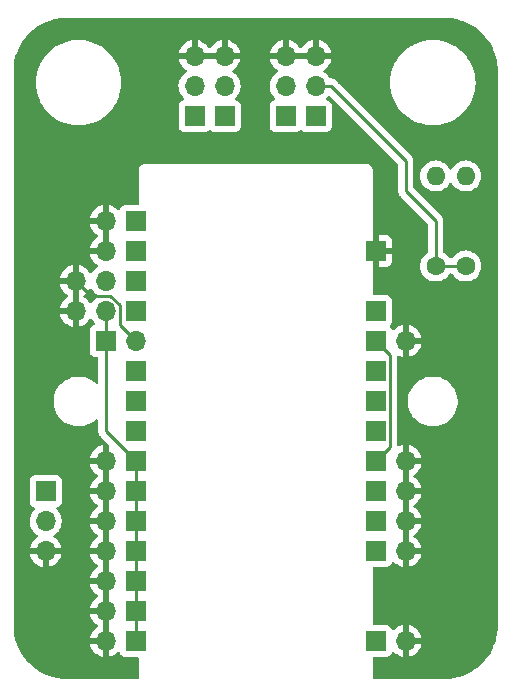
<source format=gbr>
%TF.GenerationSoftware,KiCad,Pcbnew,(6.0.5)*%
%TF.CreationDate,2022-06-01T19:50:55+01:00*%
%TF.ProjectId,OOEB-OBBB-PROJ-ARDC-SHEN-STAN-01,4f4f4542-2d4f-4424-9242-2d50524f4a2d,rev?*%
%TF.SameCoordinates,Original*%
%TF.FileFunction,Copper,L2,Bot*%
%TF.FilePolarity,Positive*%
%FSLAX46Y46*%
G04 Gerber Fmt 4.6, Leading zero omitted, Abs format (unit mm)*
G04 Created by KiCad (PCBNEW (6.0.5)) date 2022-06-01 19:50:55*
%MOMM*%
%LPD*%
G01*
G04 APERTURE LIST*
%TA.AperFunction,ComponentPad*%
%ADD10R,1.700000X1.700000*%
%TD*%
%TA.AperFunction,ComponentPad*%
%ADD11C,1.600000*%
%TD*%
%TA.AperFunction,ComponentPad*%
%ADD12O,1.600000X1.600000*%
%TD*%
%TA.AperFunction,ComponentPad*%
%ADD13O,1.700000X1.700000*%
%TD*%
%TA.AperFunction,Conductor*%
%ADD14C,0.250000*%
%TD*%
G04 APERTURE END LIST*
D10*
%TO.P,5V1,1,Pin_1*%
%TO.N,+5V*%
X10160000Y3160000D03*
%TD*%
D11*
%TO.P,RSDA1,1*%
%TO.N,+5V*%
X17780000Y6970000D03*
D12*
%TO.P,RSDA1,2*%
%TO.N,Net-(A4-SDA1-Pad1)*%
X17780000Y14590000D03*
%TD*%
%TO.P,RSCL1,2*%
%TO.N,Net-(A5-SCL1-Pad1)*%
X15240000Y14590000D03*
D11*
%TO.P,RSCL1,1*%
%TO.N,+5V*%
X15240000Y6970000D03*
%TD*%
D13*
%TO.P,TX1,2,Pin_2*%
%TO.N,GND*%
X-12700000Y10780000D03*
D10*
%TO.P,TX1,1,Pin_1*%
%TO.N,+5V*%
X-10160000Y10780000D03*
%TD*%
%TO.P,SDA1,1,Pin_1*%
%TO.N,Net-(A4-SDA1-Pad1)*%
X-2635489Y19670000D03*
D13*
%TO.P,SDA1,2,Pin_2*%
%TO.N,+5V*%
X-2635489Y22210000D03*
%TO.P,SDA1,3,Pin_3*%
%TO.N,GND*%
X-2635489Y24750000D03*
%TD*%
D10*
%TO.P,SDA0,1,Pin_1*%
%TO.N,Net-(A4-SDA1-Pad1)*%
X5080000Y19670000D03*
D13*
%TO.P,SDA0,2,Pin_2*%
%TO.N,+5V*%
X5080000Y22210000D03*
%TO.P,SDA0,3,Pin_3*%
%TO.N,GND*%
X5080000Y24750000D03*
%TD*%
D10*
%TO.P,I2C0,1,Pin_1*%
%TO.N,Net-(A5-SCL1-Pad1)*%
X-5175489Y19670000D03*
D13*
%TO.P,I2C0,2,Pin_2*%
%TO.N,+5V*%
X-5175489Y22210000D03*
%TO.P,I2C0,3,Pin_3*%
%TO.N,GND*%
X-5175489Y24750000D03*
%TD*%
D10*
%TO.P,I2C1,1,Pin_1*%
%TO.N,Net-(A5-SCL1-Pad1)*%
X2540000Y19670000D03*
D13*
%TO.P,I2C1,2,Pin_2*%
%TO.N,+5V*%
X2540000Y22210000D03*
%TO.P,I2C1,3,Pin_3*%
%TO.N,GND*%
X2540000Y24750000D03*
%TD*%
D10*
%TO.P,RX0,1,Pin_1*%
%TO.N,+5V*%
X-10160000Y8240000D03*
D13*
%TO.P,RX0,2,Pin_2*%
%TO.N,GND*%
X-12700000Y8240000D03*
%TD*%
D10*
%TO.P,GND1,1,Pin_1*%
%TO.N,GND*%
X10160000Y8240000D03*
%TD*%
%TO.P,D13,1,Pin_1*%
%TO.N,+5V*%
X10160000Y-24780000D03*
D13*
%TO.P,D13,2,Pin_2*%
%TO.N,GND*%
X12700000Y-24780000D03*
%TD*%
%TO.P,D12,2,Pin_2*%
%TO.N,GND*%
X-12700000Y-24780000D03*
D10*
%TO.P,D12,1,Pin_1*%
%TO.N,+5V*%
X-10160000Y-24780000D03*
%TD*%
D13*
%TO.P,D11,2,Pin_2*%
%TO.N,GND*%
X-12700000Y-22240000D03*
D10*
%TO.P,D11,1,Pin_1*%
%TO.N,+5V*%
X-10160000Y-22240000D03*
%TD*%
D13*
%TO.P,D10,2,Pin_2*%
%TO.N,GND*%
X-12700000Y-19700000D03*
D10*
%TO.P,D10,1,Pin_1*%
%TO.N,+5V*%
X-10160000Y-19700000D03*
%TD*%
D13*
%TO.P,D9,2,Pin_2*%
%TO.N,GND*%
X-12700000Y-17160000D03*
D10*
%TO.P,D9,1,Pin_1*%
%TO.N,+5V*%
X-10160000Y-17160000D03*
%TD*%
D13*
%TO.P,D8,2,Pin_2*%
%TO.N,GND*%
X-12700000Y-14620000D03*
D10*
%TO.P,D8,1,Pin_1*%
%TO.N,+5V*%
X-10160000Y-14620000D03*
%TD*%
D13*
%TO.P,D7,2,Pin_2*%
%TO.N,GND*%
X-12700000Y-12080000D03*
D10*
%TO.P,D7,1,Pin_1*%
%TO.N,+5V*%
X-10160000Y-12080000D03*
%TD*%
D13*
%TO.P,D6,2,Pin_2*%
%TO.N,GND*%
X-12700000Y-9540000D03*
D10*
%TO.P,D6,1,Pin_1*%
%TO.N,+5V*%
X-10160000Y-9540000D03*
%TD*%
%TO.P,D5-1,1,Pin_1*%
%TO.N,Net-(D5-1-Pad1)*%
X-10160000Y-7000000D03*
%TD*%
%TO.P,D5,1,Pin_1*%
%TO.N,Net-(D5-1-Pad1)*%
X-17780000Y-12095000D03*
D13*
%TO.P,D5,2,Pin_2*%
%TO.N,+5V*%
X-17780000Y-14635000D03*
%TO.P,D5,3,Pin_3*%
%TO.N,GND*%
X-17780000Y-17175000D03*
%TD*%
D10*
%TO.P,D4-1,1,Pin_1*%
%TO.N,Net-(D4-1-Pad1)*%
X-10160000Y-4460000D03*
%TD*%
D13*
%TO.P,D4,3,Pin_3*%
%TO.N,GND*%
X-15240000Y5700000D03*
%TO.P,D4,2,Pin_2*%
%TO.N,+5V*%
X-12700000Y5700000D03*
D10*
%TO.P,D4,1,Pin_1*%
%TO.N,Net-(D4-1-Pad1)*%
X-10160000Y5700000D03*
%TD*%
%TO.P,D3-1,1,Pin_1*%
%TO.N,Net-(D3-Pad1)*%
X-10160000Y-1920000D03*
%TD*%
D13*
%TO.P,D3,3,Pin_3*%
%TO.N,GND*%
X-15240000Y3160000D03*
%TO.P,D3,2,Pin_2*%
%TO.N,+5V*%
X-12700000Y3160000D03*
D10*
%TO.P,D3,1,Pin_1*%
%TO.N,Net-(D3-Pad1)*%
X-10160000Y3160000D03*
%TD*%
D13*
%TO.P,D2,2,Pin_2*%
%TO.N,GND*%
X-10160000Y620000D03*
D10*
%TO.P,D2,1,Pin_1*%
%TO.N,+5V*%
X-12700000Y620000D03*
%TD*%
D13*
%TO.P,A7,2,Pin_2*%
%TO.N,GND*%
X12700000Y620000D03*
D10*
%TO.P,A7,1,Pin_1*%
%TO.N,+5V*%
X10160000Y620000D03*
%TD*%
%TO.P,A6-1,1,Pin_1*%
%TO.N,Net-(A6-Pad1)*%
X10160000Y-1920000D03*
%TD*%
%TO.P,A5-SCL1,1,Pin_1*%
%TO.N,Net-(A5-SCL1-Pad1)*%
X10160000Y-4460000D03*
%TD*%
%TO.P,A4-SDA1,1,Pin_1*%
%TO.N,Net-(A4-SDA1-Pad1)*%
X10160000Y-7000000D03*
%TD*%
D13*
%TO.P,A3,2,Pin_2*%
%TO.N,GND*%
X12700000Y-9540000D03*
D10*
%TO.P,A3,1,Pin_1*%
%TO.N,+5V*%
X10160000Y-9540000D03*
%TD*%
D13*
%TO.P,A2,2,Pin_2*%
%TO.N,GND*%
X12700000Y-12080000D03*
D10*
%TO.P,A2,1,Pin_1*%
%TO.N,+5V*%
X10160000Y-12080000D03*
%TD*%
D13*
%TO.P,A1,2,Pin_2*%
%TO.N,GND*%
X12700000Y-14620000D03*
D10*
%TO.P,A1,1,Pin_1*%
%TO.N,+5V*%
X10160000Y-14620000D03*
%TD*%
D13*
%TO.P,A0,2,Pin_2*%
%TO.N,GND*%
X12700000Y-17160000D03*
D10*
%TO.P,A0,1,Pin_1*%
%TO.N,+5V*%
X10160000Y-17160000D03*
%TD*%
D14*
%TO.N,+5V*%
X6350000Y22210000D02*
X5080000Y22210000D01*
%TO.N,GND*%
X-12308990Y4430000D02*
X-13970000Y4430000D01*
X-13970000Y4430000D02*
X-15240000Y5700000D01*
X-11525489Y3646499D02*
X-12308990Y4430000D01*
X-11525489Y1985489D02*
X-11525489Y3646499D01*
X-10160000Y620000D02*
X-11525489Y1985489D01*
%TO.N,+5V*%
X15240000Y10780000D02*
X15240000Y6970000D01*
X12700000Y13320000D02*
X15240000Y10780000D01*
X12700000Y15860000D02*
X12700000Y13320000D01*
X6350000Y22210000D02*
X12700000Y15860000D01*
X-12700000Y3160000D02*
X-12700000Y620000D01*
X15240000Y6970000D02*
X17780000Y6970000D01*
X11334511Y-8365489D02*
X10160000Y-9540000D01*
X11334511Y-554511D02*
X11334511Y-8365489D01*
X10160000Y620000D02*
X11334511Y-554511D01*
X-10160000Y-9540000D02*
X-10160000Y-24780000D01*
X-12700000Y-7000000D02*
X-10160000Y-9540000D01*
X-12700000Y620000D02*
X-12700000Y-7000000D01*
%TD*%
%TA.AperFunction,Conductor*%
%TO.N,GND*%
G36*
X15970018Y27990000D02*
G01*
X15984851Y27987690D01*
X15984855Y27987690D01*
X15993724Y27986309D01*
X16014183Y27988984D01*
X16036007Y27989928D01*
X16385965Y27974648D01*
X16396913Y27973690D01*
X16774498Y27923981D01*
X16785307Y27922074D01*
X17157114Y27839647D01*
X17167731Y27836802D01*
X17530939Y27722282D01*
X17541254Y27718529D01*
X17893123Y27572780D01*
X17903067Y27568142D01*
X18240867Y27392295D01*
X18250387Y27386799D01*
X18571574Y27182180D01*
X18580578Y27175876D01*
X18882716Y26944038D01*
X18891137Y26936972D01*
X19171914Y26679686D01*
X19179686Y26671914D01*
X19436972Y26391137D01*
X19444038Y26382716D01*
X19675876Y26080578D01*
X19682180Y26071574D01*
X19886799Y25750387D01*
X19892294Y25740868D01*
X20060173Y25418377D01*
X20068138Y25403076D01*
X20072780Y25393123D01*
X20218526Y25041261D01*
X20222282Y25030939D01*
X20257194Y24920215D01*
X20336802Y24667732D01*
X20339647Y24657114D01*
X20422073Y24285315D01*
X20423981Y24274498D01*
X20453882Y24047373D01*
X20473690Y23896914D01*
X20474648Y23885965D01*
X20487536Y23590797D01*
X20489603Y23543448D01*
X20488223Y23518571D01*
X20486309Y23506276D01*
X20487473Y23497374D01*
X20487473Y23497372D01*
X20490436Y23474717D01*
X20491500Y23458379D01*
X20491500Y-23450633D01*
X20490000Y-23470018D01*
X20487690Y-23484851D01*
X20487690Y-23484855D01*
X20486309Y-23493724D01*
X20488984Y-23514183D01*
X20489928Y-23536007D01*
X20478295Y-23802433D01*
X20474648Y-23885964D01*
X20473690Y-23896914D01*
X20423982Y-24274490D01*
X20422074Y-24285307D01*
X20369352Y-24523124D01*
X20339647Y-24657114D01*
X20336802Y-24667732D01*
X20222285Y-25030932D01*
X20218529Y-25041254D01*
X20115439Y-25290136D01*
X20072784Y-25393114D01*
X20068142Y-25403067D01*
X19925342Y-25677384D01*
X19892295Y-25740867D01*
X19886800Y-25750385D01*
X19882060Y-25757826D01*
X19682180Y-26071574D01*
X19675876Y-26080578D01*
X19444038Y-26382716D01*
X19436972Y-26391137D01*
X19179686Y-26671914D01*
X19171914Y-26679686D01*
X18891137Y-26936972D01*
X18882716Y-26944038D01*
X18580578Y-27175876D01*
X18571574Y-27182180D01*
X18250387Y-27386799D01*
X18240868Y-27392294D01*
X17903067Y-27568142D01*
X17893123Y-27572780D01*
X17541254Y-27718529D01*
X17530939Y-27722282D01*
X17167732Y-27836802D01*
X17157115Y-27839647D01*
X16785307Y-27922074D01*
X16774498Y-27923981D01*
X16413564Y-27971498D01*
X16396914Y-27973690D01*
X16385965Y-27974648D01*
X16043446Y-27989603D01*
X16018571Y-27988223D01*
X16006276Y-27986309D01*
X15997374Y-27987473D01*
X15997372Y-27987473D01*
X15982323Y-27989441D01*
X15974714Y-27990436D01*
X15958379Y-27991500D01*
X10024500Y-27991500D01*
X9956379Y-27971498D01*
X9909886Y-27917842D01*
X9898500Y-27865500D01*
X9898500Y-26264500D01*
X9918502Y-26196379D01*
X9972158Y-26149886D01*
X10024500Y-26138500D01*
X11058134Y-26138500D01*
X11120316Y-26131745D01*
X11256705Y-26080615D01*
X11373261Y-25993261D01*
X11460615Y-25876705D01*
X11504798Y-25758848D01*
X11547440Y-25702084D01*
X11614001Y-25677384D01*
X11683350Y-25692592D01*
X11718017Y-25720580D01*
X11743218Y-25749673D01*
X11750580Y-25756883D01*
X11914434Y-25892916D01*
X11922881Y-25898831D01*
X12106756Y-26006279D01*
X12116042Y-26010729D01*
X12315001Y-26086703D01*
X12324899Y-26089579D01*
X12428250Y-26110606D01*
X12442299Y-26109410D01*
X12446000Y-26099065D01*
X12446000Y-26098517D01*
X12954000Y-26098517D01*
X12958064Y-26112359D01*
X12971478Y-26114393D01*
X12978184Y-26113534D01*
X12988262Y-26111392D01*
X13192255Y-26050191D01*
X13201842Y-26046433D01*
X13393095Y-25952739D01*
X13401945Y-25947464D01*
X13575328Y-25823792D01*
X13583200Y-25817139D01*
X13734052Y-25666812D01*
X13740730Y-25658965D01*
X13865003Y-25486020D01*
X13870313Y-25477183D01*
X13964670Y-25286267D01*
X13968469Y-25276672D01*
X14030377Y-25072910D01*
X14032555Y-25062837D01*
X14033986Y-25051962D01*
X14031775Y-25037778D01*
X14018617Y-25034000D01*
X12972115Y-25034000D01*
X12956876Y-25038475D01*
X12955671Y-25039865D01*
X12954000Y-25047548D01*
X12954000Y-26098517D01*
X12446000Y-26098517D01*
X12446000Y-24507885D01*
X12954000Y-24507885D01*
X12958475Y-24523124D01*
X12959865Y-24524329D01*
X12967548Y-24526000D01*
X14018344Y-24526000D01*
X14031875Y-24522027D01*
X14033180Y-24512947D01*
X13991214Y-24345875D01*
X13987894Y-24336124D01*
X13902972Y-24140814D01*
X13898105Y-24131739D01*
X13782426Y-23952926D01*
X13776136Y-23944757D01*
X13632806Y-23787240D01*
X13625273Y-23780215D01*
X13458139Y-23648222D01*
X13449552Y-23642517D01*
X13263117Y-23539599D01*
X13253705Y-23535369D01*
X13052959Y-23464280D01*
X13042988Y-23461646D01*
X12971837Y-23448972D01*
X12958540Y-23450432D01*
X12954000Y-23464989D01*
X12954000Y-24507885D01*
X12446000Y-24507885D01*
X12446000Y-23463102D01*
X12442082Y-23449758D01*
X12427806Y-23447771D01*
X12389324Y-23453660D01*
X12379288Y-23456051D01*
X12176868Y-23522212D01*
X12167359Y-23526209D01*
X11978463Y-23624542D01*
X11969738Y-23630036D01*
X11799433Y-23757905D01*
X11791726Y-23764748D01*
X11714478Y-23845584D01*
X11652954Y-23881014D01*
X11582042Y-23877557D01*
X11524255Y-23836311D01*
X11505402Y-23802763D01*
X11463767Y-23691703D01*
X11460615Y-23683295D01*
X11373261Y-23566739D01*
X11256705Y-23479385D01*
X11120316Y-23428255D01*
X11058134Y-23421500D01*
X10024500Y-23421500D01*
X9956379Y-23401498D01*
X9909886Y-23347842D01*
X9898500Y-23295500D01*
X9898500Y-18644500D01*
X9918502Y-18576379D01*
X9972158Y-18529886D01*
X10024500Y-18518500D01*
X11058134Y-18518500D01*
X11120316Y-18511745D01*
X11256705Y-18460615D01*
X11373261Y-18373261D01*
X11460615Y-18256705D01*
X11499911Y-18151883D01*
X11504798Y-18138848D01*
X11547440Y-18082084D01*
X11614001Y-18057384D01*
X11683350Y-18072592D01*
X11718017Y-18100580D01*
X11743218Y-18129673D01*
X11750580Y-18136883D01*
X11914434Y-18272916D01*
X11922881Y-18278831D01*
X12106756Y-18386279D01*
X12116042Y-18390729D01*
X12315001Y-18466703D01*
X12324899Y-18469579D01*
X12428250Y-18490606D01*
X12442299Y-18489410D01*
X12446000Y-18479065D01*
X12446000Y-18478517D01*
X12954000Y-18478517D01*
X12958064Y-18492359D01*
X12971478Y-18494393D01*
X12978184Y-18493534D01*
X12988262Y-18491392D01*
X13192255Y-18430191D01*
X13201842Y-18426433D01*
X13393095Y-18332739D01*
X13401945Y-18327464D01*
X13575328Y-18203792D01*
X13583200Y-18197139D01*
X13734052Y-18046812D01*
X13740730Y-18038965D01*
X13865003Y-17866020D01*
X13870313Y-17857183D01*
X13964670Y-17666267D01*
X13968469Y-17656672D01*
X14030377Y-17452910D01*
X14032555Y-17442837D01*
X14033986Y-17431962D01*
X14031775Y-17417778D01*
X14018617Y-17414000D01*
X12972115Y-17414000D01*
X12956876Y-17418475D01*
X12955671Y-17419865D01*
X12954000Y-17427548D01*
X12954000Y-18478517D01*
X12446000Y-18478517D01*
X12446000Y-16887885D01*
X12954000Y-16887885D01*
X12958475Y-16903124D01*
X12959865Y-16904329D01*
X12967548Y-16906000D01*
X14018344Y-16906000D01*
X14031875Y-16902027D01*
X14033180Y-16892947D01*
X13991214Y-16725875D01*
X13987894Y-16716124D01*
X13902972Y-16520814D01*
X13898105Y-16511739D01*
X13782426Y-16332926D01*
X13776136Y-16324757D01*
X13632806Y-16167240D01*
X13625273Y-16160215D01*
X13458139Y-16028222D01*
X13449552Y-16022517D01*
X13412116Y-16001851D01*
X13362146Y-15951419D01*
X13347374Y-15881976D01*
X13372490Y-15815571D01*
X13399842Y-15788964D01*
X13575327Y-15663792D01*
X13583200Y-15657139D01*
X13734052Y-15506812D01*
X13740730Y-15498965D01*
X13865003Y-15326020D01*
X13870313Y-15317183D01*
X13964670Y-15126267D01*
X13968469Y-15116672D01*
X14030377Y-14912910D01*
X14032555Y-14902837D01*
X14033986Y-14891962D01*
X14031775Y-14877778D01*
X14018617Y-14874000D01*
X12972115Y-14874000D01*
X12956876Y-14878475D01*
X12955671Y-14879865D01*
X12954000Y-14887548D01*
X12954000Y-16887885D01*
X12446000Y-16887885D01*
X12446000Y-14347885D01*
X12954000Y-14347885D01*
X12958475Y-14363124D01*
X12959865Y-14364329D01*
X12967548Y-14366000D01*
X14018344Y-14366000D01*
X14031875Y-14362027D01*
X14033180Y-14352947D01*
X13991214Y-14185875D01*
X13987894Y-14176124D01*
X13902972Y-13980814D01*
X13898105Y-13971739D01*
X13782426Y-13792926D01*
X13776136Y-13784757D01*
X13632806Y-13627240D01*
X13625273Y-13620215D01*
X13458139Y-13488222D01*
X13449552Y-13482517D01*
X13412116Y-13461851D01*
X13362146Y-13411419D01*
X13347374Y-13341976D01*
X13372490Y-13275571D01*
X13399842Y-13248964D01*
X13575327Y-13123792D01*
X13583200Y-13117139D01*
X13734052Y-12966812D01*
X13740730Y-12958965D01*
X13865003Y-12786020D01*
X13870313Y-12777183D01*
X13964670Y-12586267D01*
X13968469Y-12576672D01*
X14030377Y-12372910D01*
X14032555Y-12362837D01*
X14033986Y-12351962D01*
X14031775Y-12337778D01*
X14018617Y-12334000D01*
X12972115Y-12334000D01*
X12956876Y-12338475D01*
X12955671Y-12339865D01*
X12954000Y-12347548D01*
X12954000Y-14347885D01*
X12446000Y-14347885D01*
X12446000Y-11807885D01*
X12954000Y-11807885D01*
X12958475Y-11823124D01*
X12959865Y-11824329D01*
X12967548Y-11826000D01*
X14018344Y-11826000D01*
X14031875Y-11822027D01*
X14033180Y-11812947D01*
X13991214Y-11645875D01*
X13987894Y-11636124D01*
X13902972Y-11440814D01*
X13898105Y-11431739D01*
X13782426Y-11252926D01*
X13776136Y-11244757D01*
X13632806Y-11087240D01*
X13625273Y-11080215D01*
X13458139Y-10948222D01*
X13449552Y-10942517D01*
X13412116Y-10921851D01*
X13362146Y-10871419D01*
X13347374Y-10801976D01*
X13372490Y-10735571D01*
X13399842Y-10708964D01*
X13575327Y-10583792D01*
X13583200Y-10577139D01*
X13734052Y-10426812D01*
X13740730Y-10418965D01*
X13865003Y-10246020D01*
X13870313Y-10237183D01*
X13964670Y-10046267D01*
X13968469Y-10036672D01*
X14030377Y-9832910D01*
X14032555Y-9822837D01*
X14033986Y-9811962D01*
X14031775Y-9797778D01*
X14018617Y-9794000D01*
X12972115Y-9794000D01*
X12956876Y-9798475D01*
X12955671Y-9799865D01*
X12954000Y-9807548D01*
X12954000Y-11807885D01*
X12446000Y-11807885D01*
X12446000Y-9267885D01*
X12954000Y-9267885D01*
X12958475Y-9283124D01*
X12959865Y-9284329D01*
X12967548Y-9286000D01*
X14018344Y-9286000D01*
X14031875Y-9282027D01*
X14033180Y-9272947D01*
X13991214Y-9105875D01*
X13987894Y-9096124D01*
X13902972Y-8900814D01*
X13898105Y-8891739D01*
X13782426Y-8712926D01*
X13776136Y-8704757D01*
X13632806Y-8547240D01*
X13625273Y-8540215D01*
X13458139Y-8408222D01*
X13449552Y-8402517D01*
X13263117Y-8299599D01*
X13253705Y-8295369D01*
X13052959Y-8224280D01*
X13042988Y-8221646D01*
X12971837Y-8208972D01*
X12958540Y-8210432D01*
X12954000Y-8224989D01*
X12954000Y-9267885D01*
X12446000Y-9267885D01*
X12446000Y-8223102D01*
X12442082Y-8209758D01*
X12427806Y-8207771D01*
X12389324Y-8213660D01*
X12379288Y-8216051D01*
X12176868Y-8282212D01*
X12167364Y-8286207D01*
X12152192Y-8294105D01*
X12082532Y-8307818D01*
X12016517Y-8281693D01*
X11975105Y-8224025D01*
X11968011Y-8182342D01*
X11968011Y-4632703D01*
X12890743Y-4632703D01*
X12928268Y-4917734D01*
X13004129Y-5195036D01*
X13011267Y-5211770D01*
X13103376Y-5427715D01*
X13116923Y-5459476D01*
X13128693Y-5479142D01*
X13244871Y-5673261D01*
X13264561Y-5706161D01*
X13444313Y-5930528D01*
X13545507Y-6026557D01*
X13642771Y-6118857D01*
X13652851Y-6128423D01*
X13886317Y-6296186D01*
X13890112Y-6298195D01*
X13890113Y-6298196D01*
X13911869Y-6309715D01*
X14140392Y-6430712D01*
X14410373Y-6529511D01*
X14691264Y-6590755D01*
X14719841Y-6593004D01*
X14914282Y-6608307D01*
X14914291Y-6608307D01*
X14916739Y-6608500D01*
X15072271Y-6608500D01*
X15074407Y-6608354D01*
X15074418Y-6608354D01*
X15282548Y-6594165D01*
X15282554Y-6594164D01*
X15286825Y-6593873D01*
X15291020Y-6593004D01*
X15291022Y-6593004D01*
X15427584Y-6564723D01*
X15568342Y-6535574D01*
X15839343Y-6439607D01*
X16094812Y-6307750D01*
X16098313Y-6305289D01*
X16098317Y-6305287D01*
X16212417Y-6225096D01*
X16330023Y-6142441D01*
X16408403Y-6069606D01*
X16537479Y-5949661D01*
X16537481Y-5949658D01*
X16540622Y-5946740D01*
X16722713Y-5724268D01*
X16872927Y-5479142D01*
X16988483Y-5215898D01*
X17067244Y-4939406D01*
X17107751Y-4654784D01*
X17107845Y-4636951D01*
X17109235Y-4371583D01*
X17109235Y-4371576D01*
X17109257Y-4367297D01*
X17071732Y-4082266D01*
X16995871Y-3804964D01*
X16892180Y-3561866D01*
X16884763Y-3544476D01*
X16884761Y-3544472D01*
X16883077Y-3540524D01*
X16772707Y-3356109D01*
X16737643Y-3297521D01*
X16737640Y-3297517D01*
X16735439Y-3293839D01*
X16555687Y-3069472D01*
X16347149Y-2871577D01*
X16113683Y-2703814D01*
X16091843Y-2692250D01*
X16068654Y-2679972D01*
X15859608Y-2569288D01*
X15589627Y-2470489D01*
X15308736Y-2409245D01*
X15277685Y-2406801D01*
X15085718Y-2391693D01*
X15085709Y-2391693D01*
X15083261Y-2391500D01*
X14927729Y-2391500D01*
X14925593Y-2391646D01*
X14925582Y-2391646D01*
X14717452Y-2405835D01*
X14717446Y-2405836D01*
X14713175Y-2406127D01*
X14708980Y-2406996D01*
X14708978Y-2406996D01*
X14572416Y-2435277D01*
X14431658Y-2464426D01*
X14160657Y-2560393D01*
X13905188Y-2692250D01*
X13901687Y-2694711D01*
X13901683Y-2694713D01*
X13891594Y-2701804D01*
X13669977Y-2857559D01*
X13654892Y-2871577D01*
X13490983Y-3023891D01*
X13459378Y-3053260D01*
X13277287Y-3275732D01*
X13127073Y-3520858D01*
X13011517Y-3784102D01*
X12932756Y-4060594D01*
X12892249Y-4345216D01*
X12892227Y-4349505D01*
X12892226Y-4349512D01*
X12890765Y-4628417D01*
X12890743Y-4632703D01*
X11968011Y-4632703D01*
X11968011Y-737190D01*
X11988013Y-669069D01*
X12041669Y-622576D01*
X12111943Y-612472D01*
X12138960Y-619480D01*
X12315001Y-686703D01*
X12324899Y-689579D01*
X12428250Y-710606D01*
X12442299Y-709410D01*
X12446000Y-699065D01*
X12446000Y-698517D01*
X12954000Y-698517D01*
X12958064Y-712359D01*
X12971478Y-714393D01*
X12978184Y-713534D01*
X12988262Y-711392D01*
X13192255Y-650191D01*
X13201842Y-646433D01*
X13393095Y-552739D01*
X13401945Y-547464D01*
X13575328Y-423792D01*
X13583200Y-417139D01*
X13734052Y-266812D01*
X13740730Y-258965D01*
X13865003Y-86020D01*
X13870313Y-77183D01*
X13964670Y113733D01*
X13968469Y123328D01*
X14030377Y327090D01*
X14032555Y337163D01*
X14033986Y348038D01*
X14031775Y362222D01*
X14018617Y366000D01*
X12972115Y366000D01*
X12956876Y361525D01*
X12955671Y360135D01*
X12954000Y352452D01*
X12954000Y-698517D01*
X12446000Y-698517D01*
X12446000Y892115D01*
X12954000Y892115D01*
X12958475Y876876D01*
X12959865Y875671D01*
X12967548Y874000D01*
X14018344Y874000D01*
X14031875Y877973D01*
X14033180Y887053D01*
X13991214Y1054125D01*
X13987894Y1063876D01*
X13902972Y1259186D01*
X13898105Y1268261D01*
X13782426Y1447074D01*
X13776136Y1455243D01*
X13632806Y1612760D01*
X13625273Y1619785D01*
X13458139Y1751778D01*
X13449552Y1757483D01*
X13263117Y1860401D01*
X13253705Y1864631D01*
X13052959Y1935720D01*
X13042988Y1938354D01*
X12971837Y1951028D01*
X12958540Y1949568D01*
X12954000Y1935011D01*
X12954000Y892115D01*
X12446000Y892115D01*
X12446000Y1936898D01*
X12442082Y1950242D01*
X12427806Y1952229D01*
X12389324Y1946340D01*
X12379288Y1943949D01*
X12176868Y1877788D01*
X12167359Y1873791D01*
X11978463Y1775458D01*
X11969738Y1769964D01*
X11799433Y1642095D01*
X11791726Y1635252D01*
X11714478Y1554416D01*
X11652954Y1518986D01*
X11582042Y1522443D01*
X11524255Y1563689D01*
X11505402Y1597237D01*
X11463767Y1708297D01*
X11460615Y1716705D01*
X11387370Y1814436D01*
X11362522Y1880941D01*
X11377575Y1950324D01*
X11387370Y1965565D01*
X11392002Y1971745D01*
X11460615Y2063295D01*
X11511745Y2199684D01*
X11518500Y2261866D01*
X11518500Y4058134D01*
X11511745Y4120316D01*
X11460615Y4256705D01*
X11373261Y4373261D01*
X11256705Y4460615D01*
X11120316Y4511745D01*
X11058134Y4518500D01*
X10024500Y4518500D01*
X9956379Y4538502D01*
X9909886Y4592158D01*
X9898500Y4644500D01*
X9898500Y6847522D01*
X9901379Y6874304D01*
X9906000Y6895547D01*
X9906000Y6900116D01*
X10414000Y6900116D01*
X10418475Y6884877D01*
X10419865Y6883672D01*
X10427548Y6882001D01*
X11054669Y6882001D01*
X11061490Y6882371D01*
X11112352Y6887895D01*
X11127604Y6891521D01*
X11248054Y6936676D01*
X11263649Y6945214D01*
X11365724Y7021715D01*
X11378285Y7034276D01*
X11454786Y7136351D01*
X11463324Y7151946D01*
X11508478Y7272394D01*
X11512105Y7287649D01*
X11517631Y7338514D01*
X11518000Y7345328D01*
X11518000Y7967885D01*
X11513525Y7983124D01*
X11512135Y7984329D01*
X11504452Y7986000D01*
X10432115Y7986000D01*
X10416876Y7981525D01*
X10415671Y7980135D01*
X10414000Y7972452D01*
X10414000Y6900116D01*
X9906000Y6900116D01*
X9906000Y8512115D01*
X10414000Y8512115D01*
X10418475Y8496876D01*
X10419865Y8495671D01*
X10427548Y8494000D01*
X11499884Y8494000D01*
X11515123Y8498475D01*
X11516328Y8499865D01*
X11517999Y8507548D01*
X11517999Y9134669D01*
X11517629Y9141490D01*
X11512105Y9192352D01*
X11508479Y9207604D01*
X11463324Y9328054D01*
X11454786Y9343649D01*
X11378285Y9445724D01*
X11365724Y9458285D01*
X11263649Y9534786D01*
X11248054Y9543324D01*
X11127606Y9588478D01*
X11112351Y9592105D01*
X11061486Y9597631D01*
X11054672Y9598000D01*
X10432115Y9598000D01*
X10416876Y9593525D01*
X10415671Y9592135D01*
X10414000Y9584452D01*
X10414000Y8512115D01*
X9906000Y8512115D01*
X9906000Y9579884D01*
X9903604Y9588044D01*
X9898500Y9623542D01*
X9898500Y15081377D01*
X9898502Y15082147D01*
X9898800Y15130898D01*
X9898976Y15159721D01*
X9890850Y15188153D01*
X9887272Y15204915D01*
X9884352Y15225302D01*
X9883080Y15234187D01*
X9877369Y15246749D01*
X9872452Y15257562D01*
X9866004Y15275087D01*
X9861416Y15291138D01*
X9858949Y15299771D01*
X9854156Y15307368D01*
X9843170Y15324780D01*
X9835030Y15339865D01*
X9832564Y15345289D01*
X9822792Y15366782D01*
X9806030Y15386235D01*
X9794927Y15401239D01*
X9781224Y15422958D01*
X9774499Y15428897D01*
X9774496Y15428901D01*
X9759062Y15442532D01*
X9747018Y15454724D01*
X9733573Y15470327D01*
X9733570Y15470329D01*
X9727713Y15477127D01*
X9714009Y15486010D01*
X9706165Y15491094D01*
X9691291Y15502385D01*
X9678783Y15513431D01*
X9678782Y15513432D01*
X9672049Y15519378D01*
X9645287Y15531943D01*
X9630309Y15540263D01*
X9613017Y15551471D01*
X9613012Y15551473D01*
X9605485Y15556352D01*
X9596892Y15558922D01*
X9596887Y15558924D01*
X9580880Y15563711D01*
X9563436Y15570372D01*
X9548324Y15577467D01*
X9548322Y15577468D01*
X9540200Y15581281D01*
X9531333Y15582662D01*
X9531332Y15582662D01*
X9520478Y15584352D01*
X9510983Y15585830D01*
X9494268Y15589613D01*
X9474534Y15595515D01*
X9474528Y15595516D01*
X9465934Y15598086D01*
X9456963Y15598141D01*
X9456962Y15598141D01*
X9446903Y15598202D01*
X9431494Y15598296D01*
X9430711Y15598329D01*
X9429614Y15598500D01*
X9398623Y15598500D01*
X9397853Y15598502D01*
X9324215Y15598952D01*
X9324214Y15598952D01*
X9320279Y15598976D01*
X9318935Y15598592D01*
X9317590Y15598500D01*
X-9381377Y15598500D01*
X-9382147Y15598502D01*
X-9382963Y15598507D01*
X-9459721Y15598976D01*
X-9482082Y15592585D01*
X-9488153Y15590850D01*
X-9504915Y15587272D01*
X-9534187Y15583080D01*
X-9542355Y15579366D01*
X-9542356Y15579366D01*
X-9557562Y15572452D01*
X-9575086Y15566004D01*
X-9599771Y15558949D01*
X-9607365Y15554157D01*
X-9607368Y15554156D01*
X-9624780Y15543170D01*
X-9639863Y15535031D01*
X-9666782Y15522792D01*
X-9673584Y15516931D01*
X-9686235Y15506030D01*
X-9701239Y15494927D01*
X-9722958Y15481224D01*
X-9728897Y15474499D01*
X-9728901Y15474496D01*
X-9742532Y15459062D01*
X-9754724Y15447018D01*
X-9770327Y15433573D01*
X-9770329Y15433570D01*
X-9777127Y15427713D01*
X-9782007Y15420184D01*
X-9782008Y15420183D01*
X-9791094Y15406165D01*
X-9802385Y15391291D01*
X-9813431Y15378783D01*
X-9819378Y15372049D01*
X-9825688Y15358609D01*
X-9831942Y15345289D01*
X-9840263Y15330309D01*
X-9851471Y15313017D01*
X-9851473Y15313012D01*
X-9856352Y15305485D01*
X-9858922Y15296892D01*
X-9858924Y15296887D01*
X-9863711Y15280880D01*
X-9870372Y15263436D01*
X-9876090Y15251257D01*
X-9881281Y15240200D01*
X-9882662Y15231333D01*
X-9882662Y15231332D01*
X-9885830Y15210985D01*
X-9889613Y15194268D01*
X-9895515Y15174534D01*
X-9895516Y15174528D01*
X-9898086Y15165934D01*
X-9898141Y15156963D01*
X-9898141Y15156962D01*
X-9898296Y15131503D01*
X-9898329Y15130711D01*
X-9898500Y15129614D01*
X-9898500Y15098623D01*
X-9898502Y15097853D01*
X-9898976Y15020279D01*
X-9898592Y15018935D01*
X-9898500Y15017590D01*
X-9898500Y12264500D01*
X-9918502Y12196379D01*
X-9972158Y12149886D01*
X-10024500Y12138500D01*
X-11058134Y12138500D01*
X-11120316Y12131745D01*
X-11256705Y12080615D01*
X-11373261Y11993261D01*
X-11460615Y11876705D01*
X-11463767Y11868296D01*
X-11463768Y11868295D01*
X-11505278Y11757567D01*
X-11547919Y11700802D01*
X-11614481Y11676102D01*
X-11683830Y11691309D01*
X-11716454Y11716996D01*
X-11767201Y11772766D01*
X-11774727Y11779785D01*
X-11941861Y11911778D01*
X-11950448Y11917483D01*
X-12136883Y12020401D01*
X-12146295Y12024631D01*
X-12347041Y12095720D01*
X-12357012Y12098354D01*
X-12428163Y12111028D01*
X-12441460Y12109568D01*
X-12446000Y12095011D01*
X-12446000Y8112000D01*
X-12466002Y8043879D01*
X-12519658Y7997386D01*
X-12572000Y7986000D01*
X-14016775Y7986000D01*
X-14030306Y7982027D01*
X-14031743Y7972034D01*
X-14001435Y7837554D01*
X-13998355Y7827725D01*
X-13918230Y7630397D01*
X-13913587Y7621206D01*
X-13802306Y7439612D01*
X-13796223Y7431301D01*
X-13656787Y7270333D01*
X-13649420Y7263117D01*
X-13485566Y7127084D01*
X-13477119Y7121169D01*
X-13408031Y7080797D01*
X-13359307Y7029158D01*
X-13346236Y6959375D01*
X-13372967Y6893604D01*
X-13413416Y6860248D01*
X-13426393Y6853493D01*
X-13430526Y6850390D01*
X-13430529Y6850388D01*
X-13575004Y6741913D01*
X-13605035Y6719365D01*
X-13630459Y6692760D01*
X-13698720Y6621329D01*
X-13759371Y6557862D01*
X-13762285Y6553590D01*
X-13762286Y6553589D01*
X-13867102Y6399934D01*
X-13922013Y6354931D01*
X-13992538Y6346760D01*
X-14056285Y6378014D01*
X-14076982Y6402498D01*
X-14157574Y6527074D01*
X-14163864Y6535243D01*
X-14307194Y6692760D01*
X-14314727Y6699785D01*
X-14481861Y6831778D01*
X-14490448Y6837483D01*
X-14676883Y6940401D01*
X-14686295Y6944631D01*
X-14887041Y7015720D01*
X-14897012Y7018354D01*
X-14968163Y7031028D01*
X-14981460Y7029568D01*
X-14986000Y7015011D01*
X-14986000Y1841483D01*
X-14981936Y1827641D01*
X-14968522Y1825607D01*
X-14961816Y1826466D01*
X-14951738Y1828608D01*
X-14747745Y1889809D01*
X-14738158Y1893567D01*
X-14546905Y1987261D01*
X-14538055Y1992536D01*
X-14364672Y2116208D01*
X-14356800Y2122861D01*
X-14205948Y2273188D01*
X-14199270Y2281035D01*
X-14071978Y2458181D01*
X-14070721Y2457278D01*
X-14023627Y2500638D01*
X-13953689Y2512855D01*
X-13888249Y2485322D01*
X-13860421Y2453489D01*
X-13800013Y2354912D01*
X-13653750Y2186062D01*
X-13649770Y2182758D01*
X-13645019Y2178813D01*
X-13605384Y2119910D01*
X-13603887Y2048929D01*
X-13641003Y1988407D01*
X-13681275Y1963888D01*
X-13758304Y1935011D01*
X-13796705Y1920615D01*
X-13913261Y1833261D01*
X-14000615Y1716705D01*
X-14051745Y1580316D01*
X-14058500Y1518134D01*
X-14058500Y-278134D01*
X-14051745Y-340316D01*
X-14000615Y-476705D01*
X-13913261Y-593261D01*
X-13796705Y-680615D01*
X-13660316Y-731745D01*
X-13598134Y-738500D01*
X-13459500Y-738500D01*
X-13391379Y-758502D01*
X-13344886Y-812158D01*
X-13333500Y-864500D01*
X-13333500Y-2881357D01*
X-13353502Y-2949478D01*
X-13407158Y-2995971D01*
X-13477432Y-3006075D01*
X-13546233Y-2972754D01*
X-13652851Y-2871577D01*
X-13886317Y-2703814D01*
X-13908157Y-2692250D01*
X-13931346Y-2679972D01*
X-14140392Y-2569288D01*
X-14410373Y-2470489D01*
X-14691264Y-2409245D01*
X-14722315Y-2406801D01*
X-14914282Y-2391693D01*
X-14914291Y-2391693D01*
X-14916739Y-2391500D01*
X-15072271Y-2391500D01*
X-15074407Y-2391646D01*
X-15074418Y-2391646D01*
X-15282548Y-2405835D01*
X-15282554Y-2405836D01*
X-15286825Y-2406127D01*
X-15291020Y-2406996D01*
X-15291022Y-2406996D01*
X-15427584Y-2435277D01*
X-15568342Y-2464426D01*
X-15839343Y-2560393D01*
X-16094812Y-2692250D01*
X-16098313Y-2694711D01*
X-16098317Y-2694713D01*
X-16108406Y-2701804D01*
X-16330023Y-2857559D01*
X-16345108Y-2871577D01*
X-16509017Y-3023891D01*
X-16540622Y-3053260D01*
X-16722713Y-3275732D01*
X-16872927Y-3520858D01*
X-16988483Y-3784102D01*
X-17067244Y-4060594D01*
X-17107751Y-4345216D01*
X-17107773Y-4349505D01*
X-17107774Y-4349512D01*
X-17109235Y-4628417D01*
X-17109257Y-4632703D01*
X-17071732Y-4917734D01*
X-16995871Y-5195036D01*
X-16988733Y-5211770D01*
X-16896624Y-5427715D01*
X-16883077Y-5459476D01*
X-16871307Y-5479142D01*
X-16755129Y-5673261D01*
X-16735439Y-5706161D01*
X-16555687Y-5930528D01*
X-16454493Y-6026557D01*
X-16357229Y-6118857D01*
X-16347149Y-6128423D01*
X-16113683Y-6296186D01*
X-16109888Y-6298195D01*
X-16109887Y-6298196D01*
X-16088131Y-6309715D01*
X-15859608Y-6430712D01*
X-15589627Y-6529511D01*
X-15308736Y-6590755D01*
X-15280159Y-6593004D01*
X-15085718Y-6608307D01*
X-15085709Y-6608307D01*
X-15083261Y-6608500D01*
X-14927729Y-6608500D01*
X-14925593Y-6608354D01*
X-14925582Y-6608354D01*
X-14717452Y-6594165D01*
X-14717446Y-6594164D01*
X-14713175Y-6593873D01*
X-14708980Y-6593004D01*
X-14708978Y-6593004D01*
X-14572416Y-6564723D01*
X-14431658Y-6535574D01*
X-14160657Y-6439607D01*
X-13905188Y-6307750D01*
X-13901687Y-6305289D01*
X-13901683Y-6305287D01*
X-13787583Y-6225096D01*
X-13669977Y-6142441D01*
X-13600257Y-6077653D01*
X-13545271Y-6026557D01*
X-13481754Y-5994838D01*
X-13411171Y-6002494D01*
X-13355933Y-6047095D01*
X-13333500Y-6118857D01*
X-13333500Y-6921233D01*
X-13334027Y-6932416D01*
X-13335702Y-6939909D01*
X-13335453Y-6947835D01*
X-13335453Y-6947836D01*
X-13333562Y-7007986D01*
X-13333500Y-7011945D01*
X-13333500Y-7039856D01*
X-13333003Y-7043790D01*
X-13333003Y-7043791D01*
X-13332995Y-7043856D01*
X-13332062Y-7055693D01*
X-13330673Y-7099889D01*
X-13325022Y-7119339D01*
X-13321013Y-7138700D01*
X-13318474Y-7158797D01*
X-13315555Y-7166168D01*
X-13315555Y-7166170D01*
X-13302196Y-7199912D01*
X-13298351Y-7211142D01*
X-13286018Y-7253593D01*
X-13281985Y-7260412D01*
X-13281983Y-7260417D01*
X-13275707Y-7271028D01*
X-13267012Y-7288776D01*
X-13259552Y-7307617D01*
X-13254890Y-7314033D01*
X-13254890Y-7314034D01*
X-13233564Y-7343387D01*
X-13227048Y-7353307D01*
X-13204542Y-7391362D01*
X-13190221Y-7405683D01*
X-13177381Y-7420716D01*
X-13165472Y-7437107D01*
X-13159366Y-7442158D01*
X-13131395Y-7465298D01*
X-13122616Y-7473288D01*
X-12482025Y-8113879D01*
X-12447999Y-8176191D01*
X-12449306Y-8205795D01*
X-12446000Y-8205795D01*
X-12446000Y-26098517D01*
X-12441936Y-26112359D01*
X-12428522Y-26114393D01*
X-12421816Y-26113534D01*
X-12411738Y-26111392D01*
X-12207745Y-26050191D01*
X-12198158Y-26046433D01*
X-12006905Y-25952739D01*
X-11998055Y-25947464D01*
X-11824672Y-25823792D01*
X-11816807Y-25817145D01*
X-11712103Y-25712805D01*
X-11649732Y-25678889D01*
X-11578925Y-25684077D01*
X-11522163Y-25726723D01*
X-11505181Y-25757826D01*
X-11460615Y-25876705D01*
X-11373261Y-25993261D01*
X-11256705Y-26080615D01*
X-11120316Y-26131745D01*
X-11058134Y-26138500D01*
X-10024500Y-26138500D01*
X-9956379Y-26158502D01*
X-9909886Y-26212158D01*
X-9898500Y-26264500D01*
X-9898500Y-27865500D01*
X-9918502Y-27933621D01*
X-9972158Y-27980114D01*
X-10024500Y-27991500D01*
X-15950633Y-27991500D01*
X-15970018Y-27990000D01*
X-15984851Y-27987690D01*
X-15984855Y-27987690D01*
X-15993724Y-27986309D01*
X-16014183Y-27988984D01*
X-16036007Y-27989928D01*
X-16385965Y-27974648D01*
X-16396914Y-27973690D01*
X-16413564Y-27971498D01*
X-16774498Y-27923981D01*
X-16785307Y-27922074D01*
X-17157115Y-27839647D01*
X-17167732Y-27836802D01*
X-17530939Y-27722282D01*
X-17541254Y-27718529D01*
X-17893123Y-27572780D01*
X-17903067Y-27568142D01*
X-18240868Y-27392294D01*
X-18250387Y-27386799D01*
X-18571574Y-27182180D01*
X-18580578Y-27175876D01*
X-18882716Y-26944038D01*
X-18891137Y-26936972D01*
X-19171914Y-26679686D01*
X-19179686Y-26671914D01*
X-19436972Y-26391137D01*
X-19444038Y-26382716D01*
X-19675876Y-26080578D01*
X-19682180Y-26071574D01*
X-19882060Y-25757826D01*
X-19886800Y-25750385D01*
X-19892295Y-25740867D01*
X-19925342Y-25677384D01*
X-20068142Y-25403067D01*
X-20072784Y-25393114D01*
X-20115438Y-25290136D01*
X-20215749Y-25047966D01*
X-14031743Y-25047966D01*
X-14001435Y-25182446D01*
X-13998355Y-25192275D01*
X-13918230Y-25389603D01*
X-13913587Y-25398794D01*
X-13802306Y-25580388D01*
X-13796223Y-25588699D01*
X-13656787Y-25749667D01*
X-13649420Y-25756883D01*
X-13485566Y-25892916D01*
X-13477119Y-25898831D01*
X-13293244Y-26006279D01*
X-13283958Y-26010729D01*
X-13084999Y-26086703D01*
X-13075101Y-26089579D01*
X-12971750Y-26110606D01*
X-12957701Y-26109410D01*
X-12954000Y-26099065D01*
X-12954000Y-25052115D01*
X-12958475Y-25036876D01*
X-12959865Y-25035671D01*
X-12967548Y-25034000D01*
X-14016775Y-25034000D01*
X-14030306Y-25037973D01*
X-14031743Y-25047966D01*
X-20215749Y-25047966D01*
X-20218529Y-25041254D01*
X-20222285Y-25030932D01*
X-20336802Y-24667732D01*
X-20339647Y-24657114D01*
X-20369352Y-24523124D01*
X-20371334Y-24514183D01*
X-14035611Y-24514183D01*
X-14034088Y-24522607D01*
X-14021708Y-24526000D01*
X-12972115Y-24526000D01*
X-12956876Y-24521525D01*
X-12955671Y-24520135D01*
X-12954000Y-24512452D01*
X-12954000Y-22512115D01*
X-12958475Y-22496876D01*
X-12959865Y-22495671D01*
X-12967548Y-22494000D01*
X-14016775Y-22494000D01*
X-14030306Y-22497973D01*
X-14031743Y-22507966D01*
X-14001435Y-22642446D01*
X-13998355Y-22652275D01*
X-13918230Y-22849603D01*
X-13913587Y-22858794D01*
X-13802306Y-23040388D01*
X-13796223Y-23048699D01*
X-13656787Y-23209667D01*
X-13649420Y-23216883D01*
X-13485566Y-23352916D01*
X-13477119Y-23358831D01*
X-13407521Y-23399501D01*
X-13358797Y-23451140D01*
X-13345726Y-23520923D01*
X-13372457Y-23586694D01*
X-13412913Y-23620053D01*
X-13421538Y-23624542D01*
X-13430262Y-23630036D01*
X-13600567Y-23757905D01*
X-13608274Y-23764748D01*
X-13755410Y-23918717D01*
X-13761896Y-23926727D01*
X-13881902Y-24102649D01*
X-13887000Y-24111623D01*
X-13976662Y-24304783D01*
X-13980225Y-24314470D01*
X-14035611Y-24514183D01*
X-20371334Y-24514183D01*
X-20422074Y-24285307D01*
X-20423982Y-24274490D01*
X-20473690Y-23896914D01*
X-20474648Y-23885964D01*
X-20478295Y-23802433D01*
X-20489439Y-23547206D01*
X-20487812Y-23520805D01*
X-20487231Y-23517352D01*
X-20487230Y-23517345D01*
X-20486424Y-23512552D01*
X-20486271Y-23500000D01*
X-20490227Y-23472376D01*
X-20491500Y-23454514D01*
X-20491500Y-21974183D01*
X-14035611Y-21974183D01*
X-14034088Y-21982607D01*
X-14021708Y-21986000D01*
X-12972115Y-21986000D01*
X-12956876Y-21981525D01*
X-12955671Y-21980135D01*
X-12954000Y-21972452D01*
X-12954000Y-19972115D01*
X-12958475Y-19956876D01*
X-12959865Y-19955671D01*
X-12967548Y-19954000D01*
X-14016775Y-19954000D01*
X-14030306Y-19957973D01*
X-14031743Y-19967966D01*
X-14001435Y-20102446D01*
X-13998355Y-20112275D01*
X-13918230Y-20309603D01*
X-13913587Y-20318794D01*
X-13802306Y-20500388D01*
X-13796223Y-20508699D01*
X-13656787Y-20669667D01*
X-13649420Y-20676883D01*
X-13485566Y-20812916D01*
X-13477119Y-20818831D01*
X-13407521Y-20859501D01*
X-13358797Y-20911140D01*
X-13345726Y-20980923D01*
X-13372457Y-21046694D01*
X-13412913Y-21080053D01*
X-13421538Y-21084542D01*
X-13430262Y-21090036D01*
X-13600567Y-21217905D01*
X-13608274Y-21224748D01*
X-13755410Y-21378717D01*
X-13761896Y-21386727D01*
X-13881902Y-21562649D01*
X-13887000Y-21571623D01*
X-13976662Y-21764783D01*
X-13980225Y-21774470D01*
X-14035611Y-21974183D01*
X-20491500Y-21974183D01*
X-20491500Y-19434183D01*
X-14035611Y-19434183D01*
X-14034088Y-19442607D01*
X-14021708Y-19446000D01*
X-12972115Y-19446000D01*
X-12956876Y-19441525D01*
X-12955671Y-19440135D01*
X-12954000Y-19432452D01*
X-12954000Y-17432115D01*
X-12958475Y-17416876D01*
X-12959865Y-17415671D01*
X-12967548Y-17414000D01*
X-14016775Y-17414000D01*
X-14030306Y-17417973D01*
X-14031743Y-17427966D01*
X-14001435Y-17562446D01*
X-13998355Y-17572275D01*
X-13918230Y-17769603D01*
X-13913587Y-17778794D01*
X-13802306Y-17960388D01*
X-13796223Y-17968699D01*
X-13656787Y-18129667D01*
X-13649420Y-18136883D01*
X-13485566Y-18272916D01*
X-13477119Y-18278831D01*
X-13407521Y-18319501D01*
X-13358797Y-18371140D01*
X-13345726Y-18440923D01*
X-13372457Y-18506694D01*
X-13412913Y-18540053D01*
X-13421538Y-18544542D01*
X-13430262Y-18550036D01*
X-13600567Y-18677905D01*
X-13608274Y-18684748D01*
X-13755410Y-18838717D01*
X-13761896Y-18846727D01*
X-13881902Y-19022649D01*
X-13887000Y-19031623D01*
X-13976662Y-19224783D01*
X-13980225Y-19234470D01*
X-14035611Y-19434183D01*
X-20491500Y-19434183D01*
X-20491500Y-17442966D01*
X-19111743Y-17442966D01*
X-19081435Y-17577446D01*
X-19078355Y-17587275D01*
X-18998230Y-17784603D01*
X-18993587Y-17793794D01*
X-18882306Y-17975388D01*
X-18876223Y-17983699D01*
X-18736787Y-18144667D01*
X-18729420Y-18151883D01*
X-18565566Y-18287916D01*
X-18557119Y-18293831D01*
X-18373244Y-18401279D01*
X-18363958Y-18405729D01*
X-18164999Y-18481703D01*
X-18155101Y-18484579D01*
X-18051750Y-18505606D01*
X-18037701Y-18504410D01*
X-18034000Y-18494065D01*
X-18034000Y-18493517D01*
X-17526000Y-18493517D01*
X-17521936Y-18507359D01*
X-17508522Y-18509393D01*
X-17501816Y-18508534D01*
X-17491738Y-18506392D01*
X-17287745Y-18445191D01*
X-17278158Y-18441433D01*
X-17086905Y-18347739D01*
X-17078055Y-18342464D01*
X-16904672Y-18218792D01*
X-16896800Y-18212139D01*
X-16745948Y-18061812D01*
X-16739270Y-18053965D01*
X-16614997Y-17881020D01*
X-16609687Y-17872183D01*
X-16515330Y-17681267D01*
X-16511531Y-17671672D01*
X-16449623Y-17467910D01*
X-16447445Y-17457837D01*
X-16446014Y-17446962D01*
X-16448225Y-17432778D01*
X-16461383Y-17429000D01*
X-17507885Y-17429000D01*
X-17523124Y-17433475D01*
X-17524329Y-17434865D01*
X-17526000Y-17442548D01*
X-17526000Y-18493517D01*
X-18034000Y-18493517D01*
X-18034000Y-17447115D01*
X-18038475Y-17431876D01*
X-18039865Y-17430671D01*
X-18047548Y-17429000D01*
X-19096775Y-17429000D01*
X-19110306Y-17432973D01*
X-19111743Y-17442966D01*
X-20491500Y-17442966D01*
X-20491500Y-14601695D01*
X-19142749Y-14601695D01*
X-19142452Y-14606848D01*
X-19142452Y-14606851D01*
X-19136989Y-14701590D01*
X-19129890Y-14824715D01*
X-19128753Y-14829761D01*
X-19128752Y-14829767D01*
X-19115730Y-14887548D01*
X-19080778Y-15042639D01*
X-19042539Y-15136811D01*
X-19001128Y-15238794D01*
X-18996734Y-15249616D01*
X-18880013Y-15440088D01*
X-18733750Y-15608938D01*
X-18561874Y-15751632D01*
X-18514182Y-15779501D01*
X-18488045Y-15794774D01*
X-18439321Y-15846412D01*
X-18426250Y-15916195D01*
X-18452981Y-15981967D01*
X-18493438Y-16015327D01*
X-18501543Y-16019546D01*
X-18510262Y-16025036D01*
X-18680567Y-16152905D01*
X-18688274Y-16159748D01*
X-18835410Y-16313717D01*
X-18841896Y-16321727D01*
X-18961902Y-16497649D01*
X-18967000Y-16506623D01*
X-19056662Y-16699783D01*
X-19060225Y-16709470D01*
X-19115611Y-16909183D01*
X-19114088Y-16917607D01*
X-19101708Y-16921000D01*
X-16461656Y-16921000D01*
X-16448125Y-16917027D01*
X-16446820Y-16907947D01*
X-16450277Y-16894183D01*
X-14035611Y-16894183D01*
X-14034088Y-16902607D01*
X-14021708Y-16906000D01*
X-12972115Y-16906000D01*
X-12956876Y-16901525D01*
X-12955671Y-16900135D01*
X-12954000Y-16892452D01*
X-12954000Y-14892115D01*
X-12958475Y-14876876D01*
X-12959865Y-14875671D01*
X-12967548Y-14874000D01*
X-14016775Y-14874000D01*
X-14030306Y-14877973D01*
X-14031743Y-14887966D01*
X-14001435Y-15022446D01*
X-13998355Y-15032275D01*
X-13918230Y-15229603D01*
X-13913587Y-15238794D01*
X-13802306Y-15420388D01*
X-13796223Y-15428699D01*
X-13656787Y-15589667D01*
X-13649420Y-15596883D01*
X-13485566Y-15732916D01*
X-13477119Y-15738831D01*
X-13407521Y-15779501D01*
X-13358797Y-15831140D01*
X-13345726Y-15900923D01*
X-13372457Y-15966694D01*
X-13412913Y-16000053D01*
X-13421538Y-16004542D01*
X-13430262Y-16010036D01*
X-13600567Y-16137905D01*
X-13608274Y-16144748D01*
X-13755410Y-16298717D01*
X-13761896Y-16306727D01*
X-13881902Y-16482649D01*
X-13887000Y-16491623D01*
X-13976662Y-16684783D01*
X-13980225Y-16694470D01*
X-14035611Y-16894183D01*
X-16450277Y-16894183D01*
X-16488786Y-16740875D01*
X-16492106Y-16731124D01*
X-16577028Y-16535814D01*
X-16581895Y-16526739D01*
X-16697574Y-16347926D01*
X-16703864Y-16339757D01*
X-16847194Y-16182240D01*
X-16854727Y-16175215D01*
X-17021861Y-16043222D01*
X-17030444Y-16037520D01*
X-17067398Y-16017120D01*
X-17117369Y-15966687D01*
X-17132141Y-15897245D01*
X-17107025Y-15830839D01*
X-17079673Y-15804232D01*
X-17045001Y-15779501D01*
X-16900140Y-15676173D01*
X-16887715Y-15663792D01*
X-16765582Y-15542084D01*
X-16741904Y-15518489D01*
X-16682406Y-15435689D01*
X-16614565Y-15341277D01*
X-16611547Y-15337077D01*
X-16512570Y-15136811D01*
X-16447630Y-14923069D01*
X-16418471Y-14701590D01*
X-16416844Y-14635000D01*
X-16435148Y-14412361D01*
X-16449761Y-14354183D01*
X-14035611Y-14354183D01*
X-14034088Y-14362607D01*
X-14021708Y-14366000D01*
X-12972115Y-14366000D01*
X-12956876Y-14361525D01*
X-12955671Y-14360135D01*
X-12954000Y-14352452D01*
X-12954000Y-12352115D01*
X-12958475Y-12336876D01*
X-12959865Y-12335671D01*
X-12967548Y-12334000D01*
X-14016775Y-12334000D01*
X-14030306Y-12337973D01*
X-14031743Y-12347966D01*
X-14001435Y-12482446D01*
X-13998355Y-12492275D01*
X-13918230Y-12689603D01*
X-13913587Y-12698794D01*
X-13802306Y-12880388D01*
X-13796223Y-12888699D01*
X-13656787Y-13049667D01*
X-13649420Y-13056883D01*
X-13485566Y-13192916D01*
X-13477119Y-13198831D01*
X-13407521Y-13239501D01*
X-13358797Y-13291140D01*
X-13345726Y-13360923D01*
X-13372457Y-13426694D01*
X-13412913Y-13460053D01*
X-13421538Y-13464542D01*
X-13430262Y-13470036D01*
X-13600567Y-13597905D01*
X-13608274Y-13604748D01*
X-13755410Y-13758717D01*
X-13761896Y-13766727D01*
X-13881902Y-13942649D01*
X-13887000Y-13951623D01*
X-13976662Y-14144783D01*
X-13980225Y-14154470D01*
X-14035611Y-14354183D01*
X-16449761Y-14354183D01*
X-16489569Y-14195702D01*
X-16578646Y-13990840D01*
X-16699986Y-13803277D01*
X-16703468Y-13799450D01*
X-16847202Y-13641488D01*
X-16878254Y-13577642D01*
X-16869859Y-13507143D01*
X-16824683Y-13452375D01*
X-16798239Y-13438706D01*
X-16691703Y-13398767D01*
X-16683295Y-13395615D01*
X-16566739Y-13308261D01*
X-16479385Y-13191705D01*
X-16428255Y-13055316D01*
X-16421500Y-12993134D01*
X-16421500Y-11814183D01*
X-14035611Y-11814183D01*
X-14034088Y-11822607D01*
X-14021708Y-11826000D01*
X-12972115Y-11826000D01*
X-12956876Y-11821525D01*
X-12955671Y-11820135D01*
X-12954000Y-11812452D01*
X-12954000Y-9812115D01*
X-12958475Y-9796876D01*
X-12959865Y-9795671D01*
X-12967548Y-9794000D01*
X-14016775Y-9794000D01*
X-14030306Y-9797973D01*
X-14031743Y-9807966D01*
X-14001435Y-9942446D01*
X-13998355Y-9952275D01*
X-13918230Y-10149603D01*
X-13913587Y-10158794D01*
X-13802306Y-10340388D01*
X-13796223Y-10348699D01*
X-13656787Y-10509667D01*
X-13649420Y-10516883D01*
X-13485566Y-10652916D01*
X-13477119Y-10658831D01*
X-13407521Y-10699501D01*
X-13358797Y-10751140D01*
X-13345726Y-10820923D01*
X-13372457Y-10886694D01*
X-13412913Y-10920053D01*
X-13421538Y-10924542D01*
X-13430262Y-10930036D01*
X-13600567Y-11057905D01*
X-13608274Y-11064748D01*
X-13755410Y-11218717D01*
X-13761896Y-11226727D01*
X-13881902Y-11402649D01*
X-13887000Y-11411623D01*
X-13976662Y-11604783D01*
X-13980225Y-11614470D01*
X-14035611Y-11814183D01*
X-16421500Y-11814183D01*
X-16421500Y-11196866D01*
X-16428255Y-11134684D01*
X-16479385Y-10998295D01*
X-16566739Y-10881739D01*
X-16683295Y-10794385D01*
X-16819684Y-10743255D01*
X-16881866Y-10736500D01*
X-18678134Y-10736500D01*
X-18740316Y-10743255D01*
X-18876705Y-10794385D01*
X-18993261Y-10881739D01*
X-19080615Y-10998295D01*
X-19131745Y-11134684D01*
X-19138500Y-11196866D01*
X-19138500Y-12993134D01*
X-19131745Y-13055316D01*
X-19080615Y-13191705D01*
X-18993261Y-13308261D01*
X-18876705Y-13395615D01*
X-18868296Y-13398767D01*
X-18868295Y-13398768D01*
X-18759549Y-13439535D01*
X-18702784Y-13482176D01*
X-18678084Y-13548738D01*
X-18693291Y-13618087D01*
X-18712684Y-13644568D01*
X-18821767Y-13758717D01*
X-18839371Y-13777138D01*
X-18965257Y-13961680D01*
X-18980997Y-13995590D01*
X-19050250Y-14144783D01*
X-19059312Y-14164305D01*
X-19119011Y-14379570D01*
X-19142749Y-14601695D01*
X-20491500Y-14601695D01*
X-20491500Y-9274183D01*
X-14035611Y-9274183D01*
X-14034088Y-9282607D01*
X-14021708Y-9286000D01*
X-12972115Y-9286000D01*
X-12956876Y-9281525D01*
X-12955671Y-9280135D01*
X-12954000Y-9272452D01*
X-12954000Y-8223102D01*
X-12957918Y-8209758D01*
X-12972194Y-8207771D01*
X-13010676Y-8213660D01*
X-13020712Y-8216051D01*
X-13223132Y-8282212D01*
X-13232641Y-8286209D01*
X-13421537Y-8384542D01*
X-13430262Y-8390036D01*
X-13600567Y-8517905D01*
X-13608274Y-8524748D01*
X-13755410Y-8678717D01*
X-13761896Y-8686727D01*
X-13881902Y-8862649D01*
X-13887000Y-8871623D01*
X-13976662Y-9064783D01*
X-13980225Y-9074470D01*
X-14035611Y-9274183D01*
X-20491500Y-9274183D01*
X-20491500Y2892034D01*
X-16571743Y2892034D01*
X-16541435Y2757554D01*
X-16538355Y2747725D01*
X-16458230Y2550397D01*
X-16453587Y2541206D01*
X-16342306Y2359612D01*
X-16336223Y2351301D01*
X-16196787Y2190333D01*
X-16189420Y2183117D01*
X-16025566Y2047084D01*
X-16017119Y2041169D01*
X-15833244Y1933721D01*
X-15823958Y1929271D01*
X-15624999Y1853297D01*
X-15615101Y1850421D01*
X-15511750Y1829394D01*
X-15497701Y1830590D01*
X-15494000Y1840935D01*
X-15494000Y2887885D01*
X-15498475Y2903124D01*
X-15499865Y2904329D01*
X-15507548Y2906000D01*
X-16556775Y2906000D01*
X-16570306Y2902027D01*
X-16571743Y2892034D01*
X-20491500Y2892034D01*
X-20491500Y3425817D01*
X-16575611Y3425817D01*
X-16574088Y3417393D01*
X-16561708Y3414000D01*
X-15512115Y3414000D01*
X-15496876Y3418475D01*
X-15495671Y3419865D01*
X-15494000Y3427548D01*
X-15494000Y5427885D01*
X-15498475Y5443124D01*
X-15499865Y5444329D01*
X-15507548Y5446000D01*
X-16556775Y5446000D01*
X-16570306Y5442027D01*
X-16571743Y5432034D01*
X-16541435Y5297554D01*
X-16538355Y5287725D01*
X-16458230Y5090397D01*
X-16453587Y5081206D01*
X-16342306Y4899612D01*
X-16336223Y4891301D01*
X-16196787Y4730333D01*
X-16189420Y4723117D01*
X-16025566Y4587084D01*
X-16017119Y4581169D01*
X-15947521Y4540499D01*
X-15898797Y4488860D01*
X-15885726Y4419077D01*
X-15912457Y4353306D01*
X-15952913Y4319947D01*
X-15961538Y4315458D01*
X-15970262Y4309964D01*
X-16140567Y4182095D01*
X-16148274Y4175252D01*
X-16295410Y4021283D01*
X-16301896Y4013273D01*
X-16421902Y3837351D01*
X-16427000Y3828377D01*
X-16516662Y3635217D01*
X-16520225Y3625530D01*
X-16575611Y3425817D01*
X-20491500Y3425817D01*
X-20491500Y5965817D01*
X-16575611Y5965817D01*
X-16574088Y5957393D01*
X-16561708Y5954000D01*
X-15512115Y5954000D01*
X-15496876Y5958475D01*
X-15495671Y5959865D01*
X-15494000Y5967548D01*
X-15494000Y7016898D01*
X-15497918Y7030242D01*
X-15512194Y7032229D01*
X-15550676Y7026340D01*
X-15560712Y7023949D01*
X-15763132Y6957788D01*
X-15772641Y6953791D01*
X-15961537Y6855458D01*
X-15970262Y6849964D01*
X-16140567Y6722095D01*
X-16148274Y6715252D01*
X-16295410Y6561283D01*
X-16301896Y6553273D01*
X-16421902Y6377351D01*
X-16427000Y6368377D01*
X-16516662Y6175217D01*
X-16520225Y6165530D01*
X-16575611Y5965817D01*
X-20491500Y5965817D01*
X-20491500Y8505817D01*
X-14035611Y8505817D01*
X-14034088Y8497393D01*
X-14021708Y8494000D01*
X-12972115Y8494000D01*
X-12956876Y8498475D01*
X-12955671Y8499865D01*
X-12954000Y8507548D01*
X-12954000Y10507885D01*
X-12958475Y10523124D01*
X-12959865Y10524329D01*
X-12967548Y10526000D01*
X-14016775Y10526000D01*
X-14030306Y10522027D01*
X-14031743Y10512034D01*
X-14001435Y10377554D01*
X-13998355Y10367725D01*
X-13918230Y10170397D01*
X-13913587Y10161206D01*
X-13802306Y9979612D01*
X-13796223Y9971301D01*
X-13656787Y9810333D01*
X-13649420Y9803117D01*
X-13485566Y9667084D01*
X-13477119Y9661169D01*
X-13407521Y9620499D01*
X-13358797Y9568860D01*
X-13345726Y9499077D01*
X-13372457Y9433306D01*
X-13412913Y9399947D01*
X-13421538Y9395458D01*
X-13430262Y9389964D01*
X-13600567Y9262095D01*
X-13608274Y9255252D01*
X-13755410Y9101283D01*
X-13761896Y9093273D01*
X-13881902Y8917351D01*
X-13887000Y8908377D01*
X-13976662Y8715217D01*
X-13980225Y8705530D01*
X-14035611Y8505817D01*
X-20491500Y8505817D01*
X-20491500Y11045817D01*
X-14035611Y11045817D01*
X-14034088Y11037393D01*
X-14021708Y11034000D01*
X-12972115Y11034000D01*
X-12956876Y11038475D01*
X-12955671Y11039865D01*
X-12954000Y11047548D01*
X-12954000Y12096898D01*
X-12957918Y12110242D01*
X-12972194Y12112229D01*
X-13010676Y12106340D01*
X-13020712Y12103949D01*
X-13223132Y12037788D01*
X-13232641Y12033791D01*
X-13421537Y11935458D01*
X-13430262Y11929964D01*
X-13600567Y11802095D01*
X-13608274Y11795252D01*
X-13755410Y11641283D01*
X-13761896Y11633273D01*
X-13881902Y11457351D01*
X-13887000Y11448377D01*
X-13976662Y11255217D01*
X-13980225Y11245530D01*
X-14035611Y11045817D01*
X-20491500Y11045817D01*
X-20491500Y22500000D01*
X-18613452Y22500000D01*
X-18593657Y22122291D01*
X-18534489Y21748721D01*
X-18436597Y21383382D01*
X-18301053Y21030277D01*
X-18299555Y21027337D01*
X-18226144Y20883261D01*
X-18129341Y20693274D01*
X-17923344Y20376066D01*
X-17685318Y20082129D01*
X-17417871Y19814682D01*
X-17123934Y19576656D01*
X-16806726Y19370659D01*
X-16803792Y19369164D01*
X-16803785Y19369160D01*
X-16472663Y19200445D01*
X-16469723Y19198947D01*
X-16116618Y19063403D01*
X-15751279Y18965511D01*
X-15552842Y18934082D01*
X-15380957Y18906857D01*
X-15380949Y18906856D01*
X-15377709Y18906343D01*
X-15094489Y18891500D01*
X-14905511Y18891500D01*
X-14622291Y18906343D01*
X-14619051Y18906856D01*
X-14619043Y18906857D01*
X-14447158Y18934082D01*
X-14248721Y18965511D01*
X-13883382Y19063403D01*
X-13530277Y19198947D01*
X-13527337Y19200445D01*
X-13196215Y19369160D01*
X-13196208Y19369164D01*
X-13193274Y19370659D01*
X-12876066Y19576656D01*
X-12582129Y19814682D01*
X-12314682Y20082129D01*
X-12076656Y20376066D01*
X-11870659Y20693274D01*
X-11773855Y20883261D01*
X-11700445Y21027337D01*
X-11698947Y21030277D01*
X-11563403Y21383382D01*
X-11465511Y21748721D01*
X-11406343Y22122291D01*
X-11400001Y22243305D01*
X-6538238Y22243305D01*
X-6537941Y22238152D01*
X-6537941Y22238149D01*
X-6532478Y22143410D01*
X-6525379Y22020285D01*
X-6524242Y22015239D01*
X-6524241Y22015233D01*
X-6504370Y21927061D01*
X-6476267Y21802361D01*
X-6392223Y21595384D01*
X-6341470Y21512562D01*
X-6278198Y21409312D01*
X-6275502Y21404912D01*
X-6129239Y21236062D01*
X-6125259Y21232758D01*
X-6120508Y21228813D01*
X-6080873Y21169910D01*
X-6079376Y21098929D01*
X-6116492Y21038407D01*
X-6156765Y21013888D01*
X-6272194Y20970615D01*
X-6388750Y20883261D01*
X-6476104Y20766705D01*
X-6527234Y20630316D01*
X-6533989Y20568134D01*
X-6533989Y18771866D01*
X-6527234Y18709684D01*
X-6476104Y18573295D01*
X-6388750Y18456739D01*
X-6272194Y18369385D01*
X-6135805Y18318255D01*
X-6073623Y18311500D01*
X-4277355Y18311500D01*
X-4215173Y18318255D01*
X-4078784Y18369385D01*
X-3981053Y18442630D01*
X-3914548Y18467478D01*
X-3845165Y18452425D01*
X-3829927Y18442632D01*
X-3732194Y18369385D01*
X-3595805Y18318255D01*
X-3533623Y18311500D01*
X-1737355Y18311500D01*
X-1675173Y18318255D01*
X-1538784Y18369385D01*
X-1422228Y18456739D01*
X-1334874Y18573295D01*
X-1283744Y18709684D01*
X-1276989Y18771866D01*
X-1276989Y20568134D01*
X-1283744Y20630316D01*
X-1334874Y20766705D01*
X-1422228Y20883261D01*
X-1538784Y20970615D01*
X-1551357Y20975328D01*
X-1657286Y21015040D01*
X-1714050Y21057682D01*
X-1738750Y21124244D01*
X-1723542Y21193592D01*
X-1701996Y21222273D01*
X-1601054Y21322863D01*
X-1597393Y21326511D01*
X-1554233Y21386574D01*
X-1470054Y21503723D01*
X-1467036Y21507923D01*
X-1446169Y21550143D01*
X-1370353Y21703547D01*
X-1370352Y21703549D01*
X-1368059Y21708189D01*
X-1303119Y21921931D01*
X-1273960Y22143410D01*
X-1272333Y22210000D01*
X-1275071Y22243305D01*
X1177251Y22243305D01*
X1177548Y22238152D01*
X1177548Y22238149D01*
X1183011Y22143410D01*
X1190110Y22020285D01*
X1191247Y22015239D01*
X1191248Y22015233D01*
X1211119Y21927061D01*
X1239222Y21802361D01*
X1323266Y21595384D01*
X1374019Y21512562D01*
X1437291Y21409312D01*
X1439987Y21404912D01*
X1586250Y21236062D01*
X1590230Y21232758D01*
X1594981Y21228813D01*
X1634616Y21169910D01*
X1636113Y21098929D01*
X1598997Y21038407D01*
X1558724Y21013888D01*
X1443295Y20970615D01*
X1326739Y20883261D01*
X1239385Y20766705D01*
X1188255Y20630316D01*
X1181500Y20568134D01*
X1181500Y18771866D01*
X1188255Y18709684D01*
X1239385Y18573295D01*
X1326739Y18456739D01*
X1443295Y18369385D01*
X1579684Y18318255D01*
X1641866Y18311500D01*
X3438134Y18311500D01*
X3500316Y18318255D01*
X3636705Y18369385D01*
X3734436Y18442630D01*
X3800941Y18467478D01*
X3870324Y18452425D01*
X3885562Y18442632D01*
X3983295Y18369385D01*
X4119684Y18318255D01*
X4181866Y18311500D01*
X5978134Y18311500D01*
X6040316Y18318255D01*
X6176705Y18369385D01*
X6293261Y18456739D01*
X6380615Y18573295D01*
X6431745Y18709684D01*
X6438500Y18771866D01*
X6438500Y20568134D01*
X6431745Y20630316D01*
X6380615Y20766705D01*
X6293261Y20883261D01*
X6176705Y20970615D01*
X6164132Y20975328D01*
X6058203Y21015040D01*
X6001439Y21057682D01*
X5976739Y21124244D01*
X5991947Y21193592D01*
X6013493Y21222273D01*
X6114435Y21322863D01*
X6118096Y21326511D01*
X6123320Y21333781D01*
X6179312Y21377431D01*
X6250015Y21383881D01*
X6314741Y21349355D01*
X12029595Y15634500D01*
X12063621Y15572188D01*
X12066500Y15545405D01*
X12066500Y13398767D01*
X12065973Y13387584D01*
X12064298Y13380091D01*
X12064547Y13372165D01*
X12064547Y13372164D01*
X12066438Y13312014D01*
X12066500Y13308055D01*
X12066500Y13280144D01*
X12066997Y13276210D01*
X12066997Y13276209D01*
X12067005Y13276144D01*
X12067938Y13264307D01*
X12069327Y13220111D01*
X12074978Y13200661D01*
X12078987Y13181300D01*
X12081526Y13161203D01*
X12084445Y13153832D01*
X12084445Y13153830D01*
X12097804Y13120088D01*
X12101649Y13108858D01*
X12113982Y13066407D01*
X12118015Y13059588D01*
X12118017Y13059583D01*
X12124293Y13048972D01*
X12132988Y13031224D01*
X12140448Y13012383D01*
X12145110Y13005967D01*
X12145110Y13005966D01*
X12166436Y12976613D01*
X12172952Y12966693D01*
X12195458Y12928638D01*
X12209779Y12914317D01*
X12222619Y12899284D01*
X12234528Y12882893D01*
X12240634Y12877842D01*
X12268605Y12854702D01*
X12277384Y12846712D01*
X14569595Y10554501D01*
X14603621Y10492189D01*
X14606500Y10465406D01*
X14606500Y8189394D01*
X14586498Y8121273D01*
X14552771Y8086181D01*
X14400211Y7979357D01*
X14400208Y7979355D01*
X14395700Y7976198D01*
X14233802Y7814300D01*
X14102477Y7626749D01*
X14100154Y7621767D01*
X14100151Y7621762D01*
X14015214Y7439612D01*
X14005716Y7419243D01*
X14004294Y7413935D01*
X14004293Y7413933D01*
X13965815Y7270333D01*
X13946457Y7198087D01*
X13926502Y6970000D01*
X13946457Y6741913D01*
X13947881Y6736600D01*
X13947881Y6736598D01*
X14002778Y6531723D01*
X14005716Y6520757D01*
X14008039Y6515776D01*
X14008039Y6515775D01*
X14100151Y6318238D01*
X14100154Y6318233D01*
X14102477Y6313251D01*
X14175902Y6208389D01*
X14205913Y6165530D01*
X14233802Y6125700D01*
X14395700Y5963802D01*
X14400208Y5960645D01*
X14400211Y5960643D01*
X14478389Y5905902D01*
X14583251Y5832477D01*
X14588233Y5830154D01*
X14588238Y5830151D01*
X14785775Y5738039D01*
X14790757Y5735716D01*
X14796065Y5734294D01*
X14796067Y5734293D01*
X15006598Y5677881D01*
X15006600Y5677881D01*
X15011913Y5676457D01*
X15240000Y5656502D01*
X15468087Y5676457D01*
X15473400Y5677881D01*
X15473402Y5677881D01*
X15683933Y5734293D01*
X15683935Y5734294D01*
X15689243Y5735716D01*
X15694225Y5738039D01*
X15891762Y5830151D01*
X15891767Y5830154D01*
X15896749Y5832477D01*
X16001611Y5905902D01*
X16079789Y5960643D01*
X16079792Y5960645D01*
X16084300Y5963802D01*
X16246198Y6125700D01*
X16249357Y6130211D01*
X16356181Y6282771D01*
X16411638Y6327099D01*
X16459394Y6336500D01*
X16560606Y6336500D01*
X16628727Y6316498D01*
X16663819Y6282771D01*
X16770643Y6130211D01*
X16773802Y6125700D01*
X16935700Y5963802D01*
X16940208Y5960645D01*
X16940211Y5960643D01*
X17018389Y5905902D01*
X17123251Y5832477D01*
X17128233Y5830154D01*
X17128238Y5830151D01*
X17325775Y5738039D01*
X17330757Y5735716D01*
X17336065Y5734294D01*
X17336067Y5734293D01*
X17546598Y5677881D01*
X17546600Y5677881D01*
X17551913Y5676457D01*
X17780000Y5656502D01*
X18008087Y5676457D01*
X18013400Y5677881D01*
X18013402Y5677881D01*
X18223933Y5734293D01*
X18223935Y5734294D01*
X18229243Y5735716D01*
X18234225Y5738039D01*
X18431762Y5830151D01*
X18431767Y5830154D01*
X18436749Y5832477D01*
X18541611Y5905902D01*
X18619789Y5960643D01*
X18619792Y5960645D01*
X18624300Y5963802D01*
X18786198Y6125700D01*
X18814088Y6165530D01*
X18844098Y6208389D01*
X18917523Y6313251D01*
X18919846Y6318233D01*
X18919849Y6318238D01*
X19011961Y6515775D01*
X19011961Y6515776D01*
X19014284Y6520757D01*
X19017223Y6531723D01*
X19072119Y6736598D01*
X19072119Y6736600D01*
X19073543Y6741913D01*
X19093498Y6970000D01*
X19073543Y7198087D01*
X19054185Y7270333D01*
X19015707Y7413933D01*
X19015706Y7413935D01*
X19014284Y7419243D01*
X19004786Y7439612D01*
X18919849Y7621762D01*
X18919846Y7621767D01*
X18917523Y7626749D01*
X18786198Y7814300D01*
X18624300Y7976198D01*
X18619792Y7979355D01*
X18619789Y7979357D01*
X18467228Y8086181D01*
X18436749Y8107523D01*
X18431767Y8109846D01*
X18431762Y8109849D01*
X18234225Y8201961D01*
X18234224Y8201961D01*
X18229243Y8204284D01*
X18223935Y8205706D01*
X18223933Y8205707D01*
X18013402Y8262119D01*
X18013400Y8262119D01*
X18008087Y8263543D01*
X17780000Y8283498D01*
X17551913Y8263543D01*
X17546600Y8262119D01*
X17546598Y8262119D01*
X17336067Y8205707D01*
X17336065Y8205706D01*
X17330757Y8204284D01*
X17325776Y8201961D01*
X17325775Y8201961D01*
X17128238Y8109849D01*
X17128233Y8109846D01*
X17123251Y8107523D01*
X17092772Y8086181D01*
X16940211Y7979357D01*
X16940208Y7979355D01*
X16935700Y7976198D01*
X16773802Y7814300D01*
X16770645Y7809792D01*
X16770643Y7809789D01*
X16663819Y7657229D01*
X16608362Y7612901D01*
X16560606Y7603500D01*
X16459394Y7603500D01*
X16391273Y7623502D01*
X16356181Y7657229D01*
X16249357Y7809789D01*
X16249355Y7809792D01*
X16246198Y7814300D01*
X16084300Y7976198D01*
X16079792Y7979355D01*
X16079789Y7979357D01*
X15927229Y8086181D01*
X15882901Y8141638D01*
X15873500Y8189394D01*
X15873500Y10701237D01*
X15874027Y10712421D01*
X15875701Y10719909D01*
X15873562Y10787968D01*
X15873500Y10791925D01*
X15873500Y10819856D01*
X15872994Y10823862D01*
X15872061Y10835708D01*
X15870922Y10871963D01*
X15870673Y10879890D01*
X15865022Y10899342D01*
X15861014Y10918694D01*
X15859468Y10930932D01*
X15859467Y10930934D01*
X15858474Y10938797D01*
X15842194Y10979914D01*
X15838359Y10991115D01*
X15826018Y11033594D01*
X15821985Y11040413D01*
X15821983Y11040418D01*
X15815707Y11051029D01*
X15807010Y11068779D01*
X15799552Y11087617D01*
X15773571Y11123377D01*
X15767053Y11133299D01*
X15748578Y11164540D01*
X15748574Y11164545D01*
X15744542Y11171363D01*
X15730218Y11185687D01*
X15717376Y11200722D01*
X15705472Y11217107D01*
X15671406Y11245289D01*
X15662627Y11253278D01*
X13370405Y13545500D01*
X13336379Y13607812D01*
X13333500Y13634595D01*
X13333500Y14590000D01*
X13926502Y14590000D01*
X13946457Y14361913D01*
X14005716Y14140757D01*
X14008039Y14135776D01*
X14008039Y14135775D01*
X14100151Y13938238D01*
X14100154Y13938233D01*
X14102477Y13933251D01*
X14233802Y13745700D01*
X14395700Y13583802D01*
X14400208Y13580645D01*
X14400211Y13580643D01*
X14450401Y13545500D01*
X14583251Y13452477D01*
X14588233Y13450154D01*
X14588238Y13450151D01*
X14723867Y13386907D01*
X14790757Y13355716D01*
X14796065Y13354294D01*
X14796067Y13354293D01*
X15006598Y13297881D01*
X15006600Y13297881D01*
X15011913Y13296457D01*
X15240000Y13276502D01*
X15468087Y13296457D01*
X15473400Y13297881D01*
X15473402Y13297881D01*
X15683933Y13354293D01*
X15683935Y13354294D01*
X15689243Y13355716D01*
X15756133Y13386907D01*
X15891762Y13450151D01*
X15891767Y13450154D01*
X15896749Y13452477D01*
X16029599Y13545500D01*
X16079789Y13580643D01*
X16079792Y13580645D01*
X16084300Y13583802D01*
X16246198Y13745700D01*
X16377523Y13933251D01*
X16379846Y13938233D01*
X16379849Y13938238D01*
X16395805Y13972457D01*
X16442722Y14025742D01*
X16510999Y14045203D01*
X16578959Y14024661D01*
X16624195Y13972457D01*
X16640151Y13938238D01*
X16640154Y13938233D01*
X16642477Y13933251D01*
X16773802Y13745700D01*
X16935700Y13583802D01*
X16940208Y13580645D01*
X16940211Y13580643D01*
X16990401Y13545500D01*
X17123251Y13452477D01*
X17128233Y13450154D01*
X17128238Y13450151D01*
X17263867Y13386907D01*
X17330757Y13355716D01*
X17336065Y13354294D01*
X17336067Y13354293D01*
X17546598Y13297881D01*
X17546600Y13297881D01*
X17551913Y13296457D01*
X17780000Y13276502D01*
X18008087Y13296457D01*
X18013400Y13297881D01*
X18013402Y13297881D01*
X18223933Y13354293D01*
X18223935Y13354294D01*
X18229243Y13355716D01*
X18296133Y13386907D01*
X18431762Y13450151D01*
X18431767Y13450154D01*
X18436749Y13452477D01*
X18569599Y13545500D01*
X18619789Y13580643D01*
X18619792Y13580645D01*
X18624300Y13583802D01*
X18786198Y13745700D01*
X18917523Y13933251D01*
X18919846Y13938233D01*
X18919849Y13938238D01*
X19011961Y14135775D01*
X19011961Y14135776D01*
X19014284Y14140757D01*
X19073543Y14361913D01*
X19093498Y14590000D01*
X19073543Y14818087D01*
X19019812Y15018614D01*
X19015707Y15033933D01*
X19015706Y15033935D01*
X19014284Y15039243D01*
X18986954Y15097853D01*
X18919849Y15241762D01*
X18919846Y15241767D01*
X18917523Y15246749D01*
X18816313Y15391291D01*
X18789357Y15429789D01*
X18789355Y15429792D01*
X18786198Y15434300D01*
X18624300Y15596198D01*
X18619792Y15599355D01*
X18619789Y15599357D01*
X18541611Y15654098D01*
X18436749Y15727523D01*
X18431767Y15729846D01*
X18431762Y15729849D01*
X18234225Y15821961D01*
X18234224Y15821961D01*
X18229243Y15824284D01*
X18223935Y15825706D01*
X18223933Y15825707D01*
X18013402Y15882119D01*
X18013400Y15882119D01*
X18008087Y15883543D01*
X17780000Y15903498D01*
X17551913Y15883543D01*
X17546600Y15882119D01*
X17546598Y15882119D01*
X17336067Y15825707D01*
X17336065Y15825706D01*
X17330757Y15824284D01*
X17325776Y15821961D01*
X17325775Y15821961D01*
X17128238Y15729849D01*
X17128233Y15729846D01*
X17123251Y15727523D01*
X17018389Y15654098D01*
X16940211Y15599357D01*
X16940208Y15599355D01*
X16935700Y15596198D01*
X16773802Y15434300D01*
X16770645Y15429792D01*
X16770643Y15429789D01*
X16743687Y15391291D01*
X16642477Y15246749D01*
X16640154Y15241767D01*
X16640151Y15241762D01*
X16624195Y15207543D01*
X16577278Y15154258D01*
X16509001Y15134797D01*
X16441041Y15155339D01*
X16395805Y15207543D01*
X16379849Y15241762D01*
X16379846Y15241767D01*
X16377523Y15246749D01*
X16276313Y15391291D01*
X16249357Y15429789D01*
X16249355Y15429792D01*
X16246198Y15434300D01*
X16084300Y15596198D01*
X16079792Y15599355D01*
X16079789Y15599357D01*
X16001611Y15654098D01*
X15896749Y15727523D01*
X15891767Y15729846D01*
X15891762Y15729849D01*
X15694225Y15821961D01*
X15694224Y15821961D01*
X15689243Y15824284D01*
X15683935Y15825706D01*
X15683933Y15825707D01*
X15473402Y15882119D01*
X15473400Y15882119D01*
X15468087Y15883543D01*
X15240000Y15903498D01*
X15011913Y15883543D01*
X15006600Y15882119D01*
X15006598Y15882119D01*
X14796067Y15825707D01*
X14796065Y15825706D01*
X14790757Y15824284D01*
X14785776Y15821961D01*
X14785775Y15821961D01*
X14588238Y15729849D01*
X14588233Y15729846D01*
X14583251Y15727523D01*
X14478389Y15654098D01*
X14400211Y15599357D01*
X14400208Y15599355D01*
X14395700Y15596198D01*
X14233802Y15434300D01*
X14230645Y15429792D01*
X14230643Y15429789D01*
X14203687Y15391291D01*
X14102477Y15246749D01*
X14100154Y15241767D01*
X14100151Y15241762D01*
X14033046Y15097853D01*
X14005716Y15039243D01*
X14004294Y15033935D01*
X14004293Y15033933D01*
X14000188Y15018614D01*
X13946457Y14818087D01*
X13926502Y14590000D01*
X13333500Y14590000D01*
X13333500Y15781233D01*
X13334027Y15792416D01*
X13335702Y15799909D01*
X13333562Y15867986D01*
X13333500Y15871945D01*
X13333500Y15899856D01*
X13332995Y15903856D01*
X13332062Y15915699D01*
X13330922Y15951971D01*
X13330673Y15959890D01*
X13325022Y15979342D01*
X13321014Y15998694D01*
X13319467Y16010937D01*
X13318474Y16018797D01*
X13315556Y16026168D01*
X13302200Y16059903D01*
X13298355Y16071130D01*
X13297721Y16073313D01*
X13286018Y16113593D01*
X13275707Y16131028D01*
X13267012Y16148776D01*
X13259552Y16167617D01*
X13233564Y16203387D01*
X13227048Y16213307D01*
X13208580Y16244535D01*
X13208578Y16244538D01*
X13204542Y16251362D01*
X13190221Y16265683D01*
X13177380Y16280717D01*
X13170131Y16290694D01*
X13165472Y16297107D01*
X13131395Y16325298D01*
X13122616Y16333288D01*
X6955905Y22500000D01*
X11386548Y22500000D01*
X11406343Y22122291D01*
X11465511Y21748721D01*
X11563403Y21383382D01*
X11698947Y21030277D01*
X11700445Y21027337D01*
X11773856Y20883261D01*
X11870659Y20693274D01*
X12076656Y20376066D01*
X12314682Y20082129D01*
X12582129Y19814682D01*
X12876066Y19576656D01*
X13193274Y19370659D01*
X13196208Y19369164D01*
X13196215Y19369160D01*
X13527337Y19200445D01*
X13530277Y19198947D01*
X13883382Y19063403D01*
X14248721Y18965511D01*
X14447158Y18934082D01*
X14619043Y18906857D01*
X14619051Y18906856D01*
X14622291Y18906343D01*
X14905511Y18891500D01*
X15094489Y18891500D01*
X15377709Y18906343D01*
X15380949Y18906856D01*
X15380957Y18906857D01*
X15552842Y18934082D01*
X15751279Y18965511D01*
X16116618Y19063403D01*
X16469723Y19198947D01*
X16472663Y19200445D01*
X16803785Y19369160D01*
X16803792Y19369164D01*
X16806726Y19370659D01*
X17123934Y19576656D01*
X17417871Y19814682D01*
X17685318Y20082129D01*
X17923344Y20376066D01*
X18129341Y20693274D01*
X18226145Y20883261D01*
X18299555Y21027337D01*
X18301053Y21030277D01*
X18436597Y21383382D01*
X18534489Y21748721D01*
X18593657Y22122291D01*
X18613452Y22500000D01*
X18593657Y22877709D01*
X18592769Y22883320D01*
X18541003Y23210152D01*
X18534489Y23251279D01*
X18436597Y23616618D01*
X18431012Y23631169D01*
X18302237Y23966638D01*
X18301053Y23969723D01*
X18261077Y24048181D01*
X18130840Y24303785D01*
X18130836Y24303792D01*
X18129341Y24306726D01*
X18063934Y24407445D01*
X17925146Y24621159D01*
X17923344Y24623934D01*
X17685318Y24917871D01*
X17417871Y25185318D01*
X17123934Y25423344D01*
X16874631Y25585243D01*
X16809495Y25627543D01*
X16809492Y25627545D01*
X16806726Y25629341D01*
X16803792Y25630836D01*
X16803785Y25630840D01*
X16472663Y25799555D01*
X16469723Y25801053D01*
X16244565Y25887483D01*
X16119708Y25935411D01*
X16119706Y25935412D01*
X16116618Y25936597D01*
X15751279Y26034489D01*
X15517135Y26071574D01*
X15380957Y26093143D01*
X15380949Y26093144D01*
X15377709Y26093657D01*
X15094489Y26108500D01*
X14905511Y26108500D01*
X14622291Y26093657D01*
X14619051Y26093144D01*
X14619043Y26093143D01*
X14482865Y26071574D01*
X14248721Y26034489D01*
X13883382Y25936597D01*
X13880294Y25935412D01*
X13880292Y25935411D01*
X13755435Y25887483D01*
X13530277Y25801053D01*
X13527337Y25799555D01*
X13196215Y25630840D01*
X13196208Y25630836D01*
X13193274Y25629341D01*
X13190508Y25627545D01*
X13190505Y25627543D01*
X13125369Y25585243D01*
X12876066Y25423344D01*
X12582129Y25185318D01*
X12314682Y24917871D01*
X12076656Y24623934D01*
X12074854Y24621159D01*
X11936067Y24407445D01*
X11870659Y24306726D01*
X11869164Y24303792D01*
X11869160Y24303785D01*
X11738923Y24048181D01*
X11698947Y23969723D01*
X11697763Y23966638D01*
X11568989Y23631169D01*
X11563403Y23616618D01*
X11465511Y23251279D01*
X11458997Y23210152D01*
X11407232Y22883320D01*
X11406343Y22877709D01*
X11386548Y22500000D01*
X6955905Y22500000D01*
X6853652Y22602253D01*
X6846112Y22610539D01*
X6842000Y22617018D01*
X6792348Y22663644D01*
X6789507Y22666398D01*
X6769770Y22686135D01*
X6766573Y22688615D01*
X6757551Y22696320D01*
X6725321Y22726586D01*
X6718375Y22730405D01*
X6718372Y22730407D01*
X6707566Y22736348D01*
X6691047Y22747199D01*
X6690583Y22747559D01*
X6675041Y22759614D01*
X6667772Y22762759D01*
X6667768Y22762762D01*
X6634463Y22777174D01*
X6623813Y22782391D01*
X6585060Y22803695D01*
X6565437Y22808733D01*
X6546734Y22815137D01*
X6535420Y22820033D01*
X6535419Y22820033D01*
X6528145Y22823181D01*
X6520322Y22824420D01*
X6520312Y22824423D01*
X6484476Y22830099D01*
X6472856Y22832505D01*
X6437711Y22841528D01*
X6437710Y22841528D01*
X6430030Y22843500D01*
X6409776Y22843500D01*
X6390065Y22845051D01*
X6377886Y22846980D01*
X6370057Y22848220D01*
X6362165Y22847474D01*
X6354242Y22847723D01*
X6354319Y22850159D01*
X6296508Y22861358D01*
X6248557Y22904857D01*
X6162822Y23037383D01*
X6162820Y23037386D01*
X6160014Y23041723D01*
X6009670Y23206949D01*
X6005619Y23210148D01*
X6005615Y23210152D01*
X5838414Y23342200D01*
X5838410Y23342202D01*
X5834359Y23345402D01*
X5792569Y23368471D01*
X5742598Y23418903D01*
X5727826Y23488346D01*
X5752942Y23554752D01*
X5780294Y23581359D01*
X5955328Y23706208D01*
X5963200Y23712861D01*
X6114052Y23863188D01*
X6120730Y23871035D01*
X6245003Y24043980D01*
X6250313Y24052817D01*
X6344670Y24243733D01*
X6348469Y24253328D01*
X6410377Y24457090D01*
X6412555Y24467163D01*
X6413986Y24478038D01*
X6411775Y24492222D01*
X6398617Y24496000D01*
X1223225Y24496000D01*
X1209694Y24492027D01*
X1208257Y24482034D01*
X1238565Y24347554D01*
X1241645Y24337725D01*
X1321770Y24140397D01*
X1326413Y24131206D01*
X1437694Y23949612D01*
X1443777Y23941301D01*
X1583213Y23780333D01*
X1590580Y23773117D01*
X1754434Y23637084D01*
X1762881Y23631169D01*
X1831969Y23590797D01*
X1880693Y23539158D01*
X1893764Y23469375D01*
X1867033Y23403604D01*
X1826584Y23370248D01*
X1813607Y23363493D01*
X1809474Y23360390D01*
X1809471Y23360388D01*
X1639100Y23232470D01*
X1634965Y23229365D01*
X1480629Y23067862D01*
X1354743Y22883320D01*
X1316011Y22799879D01*
X1279471Y22721159D01*
X1260688Y22680695D01*
X1200989Y22465430D01*
X1177251Y22243305D01*
X-1275071Y22243305D01*
X-1290637Y22432639D01*
X-1345058Y22649298D01*
X-1434135Y22854160D01*
X-1555475Y23041723D01*
X-1705819Y23206949D01*
X-1709870Y23210148D01*
X-1709874Y23210152D01*
X-1877075Y23342200D01*
X-1877079Y23342202D01*
X-1881130Y23345402D01*
X-1922920Y23368471D01*
X-1972891Y23418903D01*
X-1987663Y23488346D01*
X-1962547Y23554752D01*
X-1935195Y23581359D01*
X-1760161Y23706208D01*
X-1752289Y23712861D01*
X-1601437Y23863188D01*
X-1594759Y23871035D01*
X-1470486Y24043980D01*
X-1465176Y24052817D01*
X-1370819Y24243733D01*
X-1367020Y24253328D01*
X-1305112Y24457090D01*
X-1302934Y24467163D01*
X-1301503Y24478038D01*
X-1303714Y24492222D01*
X-1316872Y24496000D01*
X-6492264Y24496000D01*
X-6505795Y24492027D01*
X-6507232Y24482034D01*
X-6476924Y24347554D01*
X-6473844Y24337725D01*
X-6393719Y24140397D01*
X-6389076Y24131206D01*
X-6277795Y23949612D01*
X-6271712Y23941301D01*
X-6132276Y23780333D01*
X-6124909Y23773117D01*
X-5961055Y23637084D01*
X-5952608Y23631169D01*
X-5883520Y23590797D01*
X-5834796Y23539158D01*
X-5821725Y23469375D01*
X-5848456Y23403604D01*
X-5888905Y23370248D01*
X-5901882Y23363493D01*
X-5906015Y23360390D01*
X-5906018Y23360388D01*
X-6076389Y23232470D01*
X-6080524Y23229365D01*
X-6234860Y23067862D01*
X-6360746Y22883320D01*
X-6399478Y22799879D01*
X-6436018Y22721159D01*
X-6454801Y22680695D01*
X-6514500Y22465430D01*
X-6538238Y22243305D01*
X-11400001Y22243305D01*
X-11386548Y22500000D01*
X-11406343Y22877709D01*
X-11407231Y22883320D01*
X-11458997Y23210152D01*
X-11465511Y23251279D01*
X-11563403Y23616618D01*
X-11568988Y23631169D01*
X-11697763Y23966638D01*
X-11698947Y23969723D01*
X-11738923Y24048181D01*
X-11869160Y24303785D01*
X-11869164Y24303792D01*
X-11870659Y24306726D01*
X-11936066Y24407445D01*
X-12074854Y24621159D01*
X-12076656Y24623934D01*
X-12314682Y24917871D01*
X-12412628Y25015817D01*
X-6511100Y25015817D01*
X-6509577Y25007393D01*
X-6497197Y25004000D01*
X-5447604Y25004000D01*
X-5432365Y25008475D01*
X-5431160Y25009865D01*
X-5429489Y25017548D01*
X-5429489Y25022115D01*
X-4921489Y25022115D01*
X-4917014Y25006876D01*
X-4915624Y25005671D01*
X-4907941Y25004000D01*
X-2907604Y25004000D01*
X-2892365Y25008475D01*
X-2891160Y25009865D01*
X-2889489Y25017548D01*
X-2889489Y25022115D01*
X-2381489Y25022115D01*
X-2377014Y25006876D01*
X-2375624Y25005671D01*
X-2367941Y25004000D01*
X-1317145Y25004000D01*
X-1303614Y25007973D01*
X-1302487Y25015817D01*
X1204389Y25015817D01*
X1205912Y25007393D01*
X1218292Y25004000D01*
X2267885Y25004000D01*
X2283124Y25008475D01*
X2284329Y25009865D01*
X2286000Y25017548D01*
X2286000Y25022115D01*
X2794000Y25022115D01*
X2798475Y25006876D01*
X2799865Y25005671D01*
X2807548Y25004000D01*
X4807885Y25004000D01*
X4823124Y25008475D01*
X4824329Y25009865D01*
X4826000Y25017548D01*
X4826000Y25022115D01*
X5334000Y25022115D01*
X5338475Y25006876D01*
X5339865Y25005671D01*
X5347548Y25004000D01*
X6398344Y25004000D01*
X6411875Y25007973D01*
X6413180Y25017053D01*
X6371214Y25184125D01*
X6367894Y25193876D01*
X6282972Y25389186D01*
X6278105Y25398261D01*
X6162426Y25577074D01*
X6156136Y25585243D01*
X6012806Y25742760D01*
X6005273Y25749785D01*
X5838139Y25881778D01*
X5829552Y25887483D01*
X5643117Y25990401D01*
X5633705Y25994631D01*
X5432959Y26065720D01*
X5422988Y26068354D01*
X5351837Y26081028D01*
X5338540Y26079568D01*
X5334000Y26065011D01*
X5334000Y25022115D01*
X4826000Y25022115D01*
X4826000Y26066898D01*
X4822082Y26080242D01*
X4807806Y26082229D01*
X4769324Y26076340D01*
X4759288Y26073949D01*
X4556868Y26007788D01*
X4547359Y26003791D01*
X4358463Y25905458D01*
X4349738Y25899964D01*
X4179433Y25772095D01*
X4171726Y25765252D01*
X4024590Y25611283D01*
X4018104Y25603273D01*
X3913193Y25449479D01*
X3858282Y25404476D01*
X3787757Y25396305D01*
X3724010Y25427559D01*
X3703313Y25452043D01*
X3622427Y25577074D01*
X3616136Y25585243D01*
X3472806Y25742760D01*
X3465273Y25749785D01*
X3298139Y25881778D01*
X3289552Y25887483D01*
X3103117Y25990401D01*
X3093705Y25994631D01*
X2892959Y26065720D01*
X2882988Y26068354D01*
X2811837Y26081028D01*
X2798540Y26079568D01*
X2794000Y26065011D01*
X2794000Y25022115D01*
X2286000Y25022115D01*
X2286000Y26066898D01*
X2282082Y26080242D01*
X2267806Y26082229D01*
X2229324Y26076340D01*
X2219288Y26073949D01*
X2016868Y26007788D01*
X2007359Y26003791D01*
X1818463Y25905458D01*
X1809738Y25899964D01*
X1639433Y25772095D01*
X1631726Y25765252D01*
X1484590Y25611283D01*
X1478104Y25603273D01*
X1358098Y25427351D01*
X1353000Y25418377D01*
X1263338Y25225217D01*
X1259775Y25215530D01*
X1204389Y25015817D01*
X-1302487Y25015817D01*
X-1302309Y25017053D01*
X-1344275Y25184125D01*
X-1347595Y25193876D01*
X-1432517Y25389186D01*
X-1437384Y25398261D01*
X-1553063Y25577074D01*
X-1559353Y25585243D01*
X-1702683Y25742760D01*
X-1710216Y25749785D01*
X-1877350Y25881778D01*
X-1885937Y25887483D01*
X-2072372Y25990401D01*
X-2081784Y25994631D01*
X-2282530Y26065720D01*
X-2292501Y26068354D01*
X-2363652Y26081028D01*
X-2376949Y26079568D01*
X-2381489Y26065011D01*
X-2381489Y25022115D01*
X-2889489Y25022115D01*
X-2889489Y26066898D01*
X-2893407Y26080242D01*
X-2907683Y26082229D01*
X-2946165Y26076340D01*
X-2956201Y26073949D01*
X-3158621Y26007788D01*
X-3168130Y26003791D01*
X-3357026Y25905458D01*
X-3365751Y25899964D01*
X-3536056Y25772095D01*
X-3543763Y25765252D01*
X-3690899Y25611283D01*
X-3697385Y25603273D01*
X-3802296Y25449479D01*
X-3857207Y25404476D01*
X-3927732Y25396305D01*
X-3991479Y25427559D01*
X-4012176Y25452043D01*
X-4093062Y25577074D01*
X-4099353Y25585243D01*
X-4242683Y25742760D01*
X-4250216Y25749785D01*
X-4417350Y25881778D01*
X-4425937Y25887483D01*
X-4612372Y25990401D01*
X-4621784Y25994631D01*
X-4822530Y26065720D01*
X-4832501Y26068354D01*
X-4903652Y26081028D01*
X-4916949Y26079568D01*
X-4921489Y26065011D01*
X-4921489Y25022115D01*
X-5429489Y25022115D01*
X-5429489Y26066898D01*
X-5433407Y26080242D01*
X-5447683Y26082229D01*
X-5486165Y26076340D01*
X-5496201Y26073949D01*
X-5698621Y26007788D01*
X-5708130Y26003791D01*
X-5897026Y25905458D01*
X-5905751Y25899964D01*
X-6076056Y25772095D01*
X-6083763Y25765252D01*
X-6230899Y25611283D01*
X-6237385Y25603273D01*
X-6357391Y25427351D01*
X-6362489Y25418377D01*
X-6452151Y25225217D01*
X-6455714Y25215530D01*
X-6511100Y25015817D01*
X-12412628Y25015817D01*
X-12582129Y25185318D01*
X-12876066Y25423344D01*
X-13125369Y25585243D01*
X-13190505Y25627543D01*
X-13190508Y25627545D01*
X-13193274Y25629341D01*
X-13196208Y25630836D01*
X-13196215Y25630840D01*
X-13527337Y25799555D01*
X-13530277Y25801053D01*
X-13755435Y25887483D01*
X-13880292Y25935411D01*
X-13880294Y25935412D01*
X-13883382Y25936597D01*
X-14248721Y26034489D01*
X-14482865Y26071574D01*
X-14619043Y26093143D01*
X-14619051Y26093144D01*
X-14622291Y26093657D01*
X-14905511Y26108500D01*
X-15094489Y26108500D01*
X-15377709Y26093657D01*
X-15380949Y26093144D01*
X-15380957Y26093143D01*
X-15517135Y26071574D01*
X-15751279Y26034489D01*
X-16116618Y25936597D01*
X-16119706Y25935412D01*
X-16119708Y25935411D01*
X-16244565Y25887483D01*
X-16469723Y25801053D01*
X-16472663Y25799555D01*
X-16803785Y25630840D01*
X-16803792Y25630836D01*
X-16806726Y25629341D01*
X-16809492Y25627545D01*
X-16809495Y25627543D01*
X-16874631Y25585243D01*
X-17123934Y25423344D01*
X-17417871Y25185318D01*
X-17685318Y24917871D01*
X-17923344Y24623934D01*
X-17925146Y24621159D01*
X-18063933Y24407445D01*
X-18129341Y24306726D01*
X-18130836Y24303792D01*
X-18130840Y24303785D01*
X-18261077Y24048181D01*
X-18301053Y23969723D01*
X-18302237Y23966638D01*
X-18431011Y23631169D01*
X-18436597Y23616618D01*
X-18534489Y23251279D01*
X-18541003Y23210152D01*
X-18592768Y22883320D01*
X-18593657Y22877709D01*
X-18613452Y22500000D01*
X-20491500Y22500000D01*
X-20491500Y23446750D01*
X-20489754Y23467655D01*
X-20487230Y23482656D01*
X-20487230Y23482659D01*
X-20486424Y23487448D01*
X-20486271Y23500000D01*
X-20486961Y23504816D01*
X-20486961Y23504822D01*
X-20488613Y23516356D01*
X-20489766Y23539716D01*
X-20487947Y23581359D01*
X-20474648Y23885965D01*
X-20473690Y23896914D01*
X-20453882Y24047373D01*
X-20423981Y24274498D01*
X-20422073Y24285315D01*
X-20339647Y24657114D01*
X-20336802Y24667732D01*
X-20257194Y24920215D01*
X-20222282Y25030939D01*
X-20218526Y25041261D01*
X-20072780Y25393123D01*
X-20068138Y25403076D01*
X-20060172Y25418377D01*
X-19892294Y25740868D01*
X-19886799Y25750387D01*
X-19682180Y26071574D01*
X-19675876Y26080578D01*
X-19444038Y26382716D01*
X-19436972Y26391137D01*
X-19179686Y26671914D01*
X-19171914Y26679686D01*
X-18891137Y26936972D01*
X-18882716Y26944038D01*
X-18580578Y27175876D01*
X-18571574Y27182180D01*
X-18250387Y27386799D01*
X-18240867Y27392295D01*
X-17903067Y27568142D01*
X-17893123Y27572780D01*
X-17541254Y27718529D01*
X-17530939Y27722282D01*
X-17167731Y27836802D01*
X-17157114Y27839647D01*
X-16785307Y27922074D01*
X-16774498Y27923981D01*
X-16396913Y27973690D01*
X-16385965Y27974648D01*
X-16043446Y27989603D01*
X-16018571Y27988223D01*
X-16006276Y27986309D01*
X-15997374Y27987473D01*
X-15997372Y27987473D01*
X-15978601Y27989928D01*
X-15974714Y27990436D01*
X-15958379Y27991500D01*
X15950633Y27991500D01*
X15970018Y27990000D01*
G37*
%TD.AperFunction*%
%TA.AperFunction,Conductor*%
G36*
X-13888249Y5025322D02*
G01*
X-13860421Y4993489D01*
X-13800013Y4894912D01*
X-13653750Y4726062D01*
X-13481874Y4583368D01*
X-13465478Y4573787D01*
X-13408555Y4540524D01*
X-13359831Y4488886D01*
X-13346760Y4419103D01*
X-13373491Y4353331D01*
X-13413945Y4319973D01*
X-13426393Y4313493D01*
X-13430526Y4310390D01*
X-13430529Y4310388D01*
X-13600900Y4182470D01*
X-13605035Y4179365D01*
X-13630459Y4152760D01*
X-13698720Y4081329D01*
X-13759371Y4017862D01*
X-13762285Y4013590D01*
X-13762286Y4013589D01*
X-13867102Y3859934D01*
X-13922013Y3814931D01*
X-13992538Y3806760D01*
X-14056285Y3838014D01*
X-14076982Y3862498D01*
X-14157574Y3987074D01*
X-14163864Y3995243D01*
X-14307194Y4152760D01*
X-14314727Y4159785D01*
X-14481861Y4291778D01*
X-14490448Y4297483D01*
X-14527884Y4318149D01*
X-14577854Y4368581D01*
X-14592626Y4438024D01*
X-14567510Y4504429D01*
X-14540158Y4531036D01*
X-14364673Y4656208D01*
X-14356800Y4662861D01*
X-14205948Y4813188D01*
X-14199270Y4821035D01*
X-14071978Y4998181D01*
X-14070721Y4997278D01*
X-14023627Y5040638D01*
X-13953689Y5052855D01*
X-13888249Y5025322D01*
G37*
%TD.AperFunction*%
%TD*%
M02*

</source>
